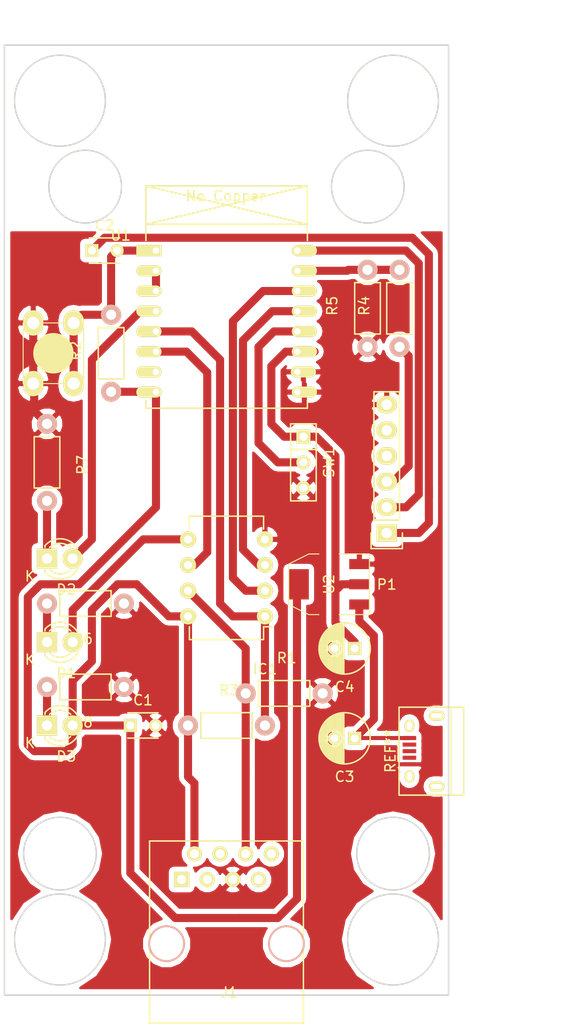
<source format=kicad_pcb>
(kicad_pcb (version 4) (host pcbnew 4.0.2+dfsg1-stable)

  (general
    (links 54)
    (no_connects 2)
    (area 71.265 41.824999 119.44 138.959001)
    (thickness 1.6)
    (drawings 19)
    (tracks 142)
    (zones 0)
    (modules 23)
    (nets 28)
  )

  (page A4)
  (title_block
    (title "Medidor de pulsos")
    (date 2018-02-14)
    (rev 1)
  )

  (layers
    (0 F.Cu signal)
    (31 B.Cu signal)
    (32 B.Adhes user)
    (33 F.Adhes user)
    (34 B.Paste user)
    (35 F.Paste user)
    (36 B.SilkS user)
    (37 F.SilkS user)
    (38 B.Mask user)
    (39 F.Mask user)
    (40 Dwgs.User user)
    (41 Cmts.User user)
    (42 Eco1.User user)
    (43 Eco2.User user)
    (44 Edge.Cuts user)
    (45 Margin user)
    (46 B.CrtYd user)
    (47 F.CrtYd user)
    (48 B.Fab user)
    (49 F.Fab user)
  )

  (setup
    (last_trace_width 0.8)
    (user_trace_width 0.4)
    (trace_clearance 0.2)
    (zone_clearance 0.508)
    (zone_45_only yes)
    (trace_min 0.4)
    (segment_width 0.2)
    (edge_width 0.15)
    (via_size 1.2)
    (via_drill 0.8)
    (via_min_size 1.2)
    (via_min_drill 0.8)
    (uvia_size 1.2)
    (uvia_drill 0.8)
    (uvias_allowed no)
    (uvia_min_size 0.2)
    (uvia_min_drill 0.1)
    (pcb_text_width 0.3)
    (pcb_text_size 1.5 1.5)
    (mod_edge_width 0.15)
    (mod_text_size 1 1)
    (mod_text_width 0.15)
    (pad_size 1.35 0.4)
    (pad_drill 0)
    (pad_to_mask_clearance 0.2)
    (aux_axis_origin 0 0)
    (grid_origin 67.31 121.92)
    (visible_elements FFFFFF7F)
    (pcbplotparams
      (layerselection 0x00030_80000001)
      (usegerberextensions false)
      (excludeedgelayer true)
      (linewidth 0.100000)
      (plotframeref false)
      (viasonmask false)
      (mode 1)
      (useauxorigin false)
      (hpglpennumber 1)
      (hpglpenspeed 20)
      (hpglpendiameter 15)
      (hpglpenoverlay 2)
      (psnegative false)
      (psa4output false)
      (plotreference true)
      (plotvalue true)
      (plotinvisibletext false)
      (padsonsilk false)
      (subtractmaskfromsilk false)
      (outputformat 1)
      (mirror false)
      (drillshape 0)
      (scaleselection 1)
      (outputdirectory ../Documents/))
  )

  (net 0 "")
  (net 1 GND)
  (net 2 VCC)
  (net 3 ESPRST)
  (net 4 "Net-(C2-Pad1)")
  (net 5 "Net-(D1-Pad1)")
  (net 6 L1)
  (net 7 L2)
  (net 8 RSTTINY)
  (net 9 RX1)
  (net 10 TX1)
  (net 11 INT1)
  (net 12 "Net-(IC1-Pad7)")
  (net 13 "Net-(J1-Pad1)")
  (net 14 "Net-(J1-Pad3)")
  (net 15 "Net-(J1-Pad4)")
  (net 16 "Net-(J1-Pad7)")
  (net 17 "Net-(J1-Pad8)")
  (net 18 TXD)
  (net 19 "Net-(P1-Pad3)")
  (net 20 "Net-(P1-Pad4)")
  (net 21 RXD)
  (net 22 "Net-(SW1-Pad2)")
  (net 23 "Net-(U1-Pad7)")
  (net 24 "Net-(C3-Pad1)")
  (net 25 "Net-(D2-Pad1)")
  (net 26 "Net-(D3-Pad1)")
  (net 27 "Net-(P1-Pad5)")

  (net_class Default "This is the default net class."
    (clearance 0.2)
    (trace_width 0.8)
    (via_dia 1.2)
    (via_drill 0.8)
    (uvia_dia 1.2)
    (uvia_drill 0.8)
    (add_net ESPRST)
    (add_net GND)
    (add_net INT1)
    (add_net L1)
    (add_net L2)
    (add_net "Net-(C2-Pad1)")
    (add_net "Net-(C3-Pad1)")
    (add_net "Net-(D1-Pad1)")
    (add_net "Net-(D2-Pad1)")
    (add_net "Net-(D3-Pad1)")
    (add_net "Net-(IC1-Pad7)")
    (add_net "Net-(J1-Pad1)")
    (add_net "Net-(J1-Pad3)")
    (add_net "Net-(J1-Pad4)")
    (add_net "Net-(J1-Pad7)")
    (add_net "Net-(J1-Pad8)")
    (add_net "Net-(P1-Pad3)")
    (add_net "Net-(P1-Pad4)")
    (add_net "Net-(P1-Pad5)")
    (add_net "Net-(SW1-Pad2)")
    (add_net "Net-(U1-Pad7)")
    (add_net RSTTINY)
    (add_net RX1)
    (add_net RXD)
    (add_net TX1)
    (add_net TXD)
    (add_net VCC)
  )

  (net_class smd ""
    (clearance 0.2)
    (trace_width 0.4)
    (via_dia 1.2)
    (via_drill 0.8)
    (uvia_dia 1.2)
    (uvia_drill 0.8)
  )

  (module Housings_DIP:DIP-8_W7.62mm (layer F.Cu) (tedit 5A954BAB) (tstamp 5A8422ED)
    (at 97.79 98.425 180)
    (descr "8-lead dip package, row spacing 7.62 mm (300 mils)")
    (tags "dil dip 2.54 300")
    (path /5A83F34B)
    (fp_text reference IC1 (at 0 -5.22 180) (layer F.SilkS)
      (effects (font (size 1 1) (thickness 0.15)))
    )
    (fp_text value ATTINY85-P (at 0 -3.72 180) (layer F.Fab)
      (effects (font (size 1 1) (thickness 0.15)))
    )
    (fp_line (start -1.05 -2.45) (end -1.05 10.1) (layer F.CrtYd) (width 0.05))
    (fp_line (start 8.65 -2.45) (end 8.65 10.1) (layer F.CrtYd) (width 0.05))
    (fp_line (start -1.05 -2.45) (end 8.65 -2.45) (layer F.CrtYd) (width 0.05))
    (fp_line (start -1.05 10.1) (end 8.65 10.1) (layer F.CrtYd) (width 0.05))
    (fp_line (start 0.135 -2.295) (end 0.135 -1.025) (layer F.SilkS) (width 0.15))
    (fp_line (start 7.485 -2.295) (end 7.485 -1.025) (layer F.SilkS) (width 0.15))
    (fp_line (start 7.485 9.915) (end 7.485 8.645) (layer F.SilkS) (width 0.15))
    (fp_line (start 0.135 9.915) (end 0.135 8.645) (layer F.SilkS) (width 0.15))
    (fp_line (start 0.135 -2.295) (end 7.485 -2.295) (layer F.SilkS) (width 0.15))
    (fp_line (start 0.135 9.915) (end 7.485 9.915) (layer F.SilkS) (width 0.15))
    (fp_line (start 0.135 -1.025) (end -0.8 -1.025) (layer F.SilkS) (width 0.15))
    (pad 1 thru_hole oval (at 0 0 180) (size 1.6 1.6) (drill 0.8) (layers *.Cu *.Mask F.SilkS)
      (net 8 RSTTINY))
    (pad 3 thru_hole oval (at 0 2.54 180) (size 1.6 1.6) (drill 0.8) (layers *.Cu *.Mask F.SilkS)
      (net 10 TX1))
    (pad 2 thru_hole oval (at 0 5.08 180) (size 1.6 1.6) (drill 0.8) (layers *.Cu *.Mask F.SilkS)
      (net 9 RX1))
    (pad 4 thru_hole oval (at 0 7.62 180) (size 1.6 1.6) (drill 0.8) (layers *.Cu *.Mask F.SilkS)
      (net 1 GND))
    (pad 5 thru_hole oval (at 7.62 7.62 180) (size 1.6 1.6) (drill 0.8) (layers *.Cu *.Mask F.SilkS)
      (net 6 L1))
    (pad 6 thru_hole oval (at 7.62 5.08 180) (size 1.6 1.6) (drill 0.8) (layers *.Cu *.Mask F.SilkS)
      (net 11 INT1))
    (pad 7 thru_hole oval (at 7.62 2.54 180) (size 1.6 1.6) (drill 0.8) (layers *.Cu *.Mask F.SilkS)
      (net 12 "Net-(IC1-Pad7)"))
    (pad 8 thru_hole oval (at 7.62 0 180) (size 1.6 1.6) (drill 0.8) (layers *.Cu *.Mask F.SilkS)
      (net 2 VCC))
    (model Housings_DIP.3dshapes/DIP-8_W7.62mm.wrl
      (at (xyz 0 0 0))
      (scale (xyz 1 1 1))
      (rotate (xyz 0 0 0))
    )
  )

  (module TO_SOT_Packages_SMD:SOT-223 (layer F.Cu) (tedit 5A954D98) (tstamp 5A842358)
    (at 104.14 95.25 90)
    (descr "module CMS SOT223 4 pins")
    (tags "CMS SOT")
    (path /5A83F959)
    (attr smd)
    (fp_text reference U2 (at 0 0 90) (layer F.SilkS)
      (effects (font (size 1 1) (thickness 0.15)))
    )
    (fp_text value AP1117D33 (at 0 0 90) (layer F.Fab)
      (effects (font (size 1 1) (thickness 0.15)))
    )
    (fp_line (start -3 1) (end -3 4) (layer F.SilkS) (width 0))
    (fp_line (start -3 4) (end 3 4) (layer F.SilkS) (width 0))
    (fp_line (start 3 4) (end 3 1) (layer F.SilkS) (width 0))
    (fp_line (start -3 -1) (end -3 -2) (layer F.SilkS) (width 0))
    (fp_line (start -3 -2) (end -2 -4) (layer F.SilkS) (width 0))
    (fp_line (start -2 -4) (end 2 -4) (layer F.SilkS) (width 0))
    (fp_line (start 2 -4) (end 3 -2) (layer F.SilkS) (width 0))
    (fp_line (start 3 -2) (end 3 -1) (layer F.SilkS) (width 0))
    (pad 2 smd rect (at 0 -3 90) (size 3 2) (layers F.Cu F.Paste F.Mask)
      (net 2 VCC))
    (pad 2 smd rect (at 0 3 90) (size 1 2) (layers F.Cu F.Paste F.Mask)
      (net 2 VCC))
    (pad 1 smd rect (at 2 3 90) (size 1 2) (layers F.Cu F.Paste F.Mask)
      (net 1 GND))
    (pad 3 smd rect (at -2 3 90) (size 1 2) (layers F.Cu F.Paste F.Mask)
      (net 24 "Net-(C3-Pad1)"))
    (model TO_SOT_Packages_SMD.3dshapes/SOT-223.wrl
      (at (xyz 0 0 0))
      (scale (xyz 0 0 0))
      (rotate (xyz 0 0 0))
    )
  )

  (module Buttons_Switches_ThroughHole:SW_PUSH_SMALL (layer F.Cu) (tedit 5A855E66) (tstamp 5A85A54E)
    (at 76.835 72.39 270)
    (path /5A854BCE)
    (fp_text reference SW2 (at 0 0 270) (layer F.SilkS)
      (effects (font (size 1 1) (thickness 0.15)))
    )
    (fp_text value SW_PUSH (at 0 1 270) (layer F.Fab)
      (effects (font (size 1 1) (thickness 0.15)))
    )
    (fp_circle (center 0 0) (end 0 -2) (layer F.SilkS) (width 0))
    (fp_line (start -3 -3) (end 3 -3) (layer F.SilkS) (width 0))
    (fp_line (start 3 -3) (end 3 3) (layer F.SilkS) (width 0))
    (fp_line (start 3 3) (end -3 3) (layer F.SilkS) (width 0))
    (fp_line (start -3 -3) (end -3 3) (layer F.SilkS) (width 0))
    (pad 1 thru_hole oval (at 3 -2 270) (size 2.5 2) (drill 1.2) (layers *.Cu *.Mask F.SilkS)
      (net 3 ESPRST))
    (pad 2 thru_hole oval (at 3 2 270) (size 2.5 2) (drill 1.2) (layers *.Cu *.Mask F.SilkS)
      (net 1 GND))
    (pad 1 thru_hole oval (at -3 -2 270) (size 2.5 2) (drill 1.2) (layers *.Cu *.Mask F.SilkS)
      (net 3 ESPRST))
    (pad 2 thru_hole oval (at -3 2 270) (size 2.5 2) (drill 1.2) (layers *.Cu *.Mask F.SilkS)
      (net 1 GND))
  )

  (module Resistors_ThroughHole:Resistor_Horizontal_RM7mm (layer F.Cu) (tedit 569FCF07) (tstamp 5A843F12)
    (at 76.2 79.375 270)
    (descr "Resistor, Axial,  RM 7.62mm, 1/3W,")
    (tags "Resistor Axial RM 7.62mm 1/3W R3")
    (path /5A858C3C)
    (fp_text reference R7 (at 4.05892 -3.50012 270) (layer F.SilkS)
      (effects (font (size 1 1) (thickness 0.15)))
    )
    (fp_text value 220 (at 3.81 3.81 270) (layer F.Fab)
      (effects (font (size 1 1) (thickness 0.15)))
    )
    (fp_line (start -1.25 -1.5) (end 8.85 -1.5) (layer F.CrtYd) (width 0.05))
    (fp_line (start -1.25 1.5) (end -1.25 -1.5) (layer F.CrtYd) (width 0.05))
    (fp_line (start 8.85 -1.5) (end 8.85 1.5) (layer F.CrtYd) (width 0.05))
    (fp_line (start -1.25 1.5) (end 8.85 1.5) (layer F.CrtYd) (width 0.05))
    (fp_line (start 1.27 -1.27) (end 6.35 -1.27) (layer F.SilkS) (width 0.15))
    (fp_line (start 6.35 -1.27) (end 6.35 1.27) (layer F.SilkS) (width 0.15))
    (fp_line (start 6.35 1.27) (end 1.27 1.27) (layer F.SilkS) (width 0.15))
    (fp_line (start 1.27 1.27) (end 1.27 -1.27) (layer F.SilkS) (width 0.15))
    (pad 1 thru_hole circle (at 0 0 270) (size 1.99898 1.99898) (drill 1.00076) (layers *.Cu *.SilkS *.Mask)
      (net 1 GND))
    (pad 2 thru_hole circle (at 7.62 0 270) (size 1.99898 1.99898) (drill 1.00076) (layers *.Cu *.SilkS *.Mask)
      (net 25 "Net-(D2-Pad1)"))
  )

  (module LEDs:LED-3MM (layer F.Cu) (tedit 559B82F6) (tstamp 5A8422D5)
    (at 76.2 100.965)
    (descr "LED 3mm round vertical")
    (tags "LED  3mm round vertical")
    (path /5A83FD4B)
    (fp_text reference D1 (at 1.91 3.06) (layer F.SilkS)
      (effects (font (size 1 1) (thickness 0.15)))
    )
    (fp_text value LED (at 1.3 -2.9) (layer F.Fab)
      (effects (font (size 1 1) (thickness 0.15)))
    )
    (fp_line (start -1.2 2.3) (end 3.8 2.3) (layer F.CrtYd) (width 0.05))
    (fp_line (start 3.8 2.3) (end 3.8 -2.2) (layer F.CrtYd) (width 0.05))
    (fp_line (start 3.8 -2.2) (end -1.2 -2.2) (layer F.CrtYd) (width 0.05))
    (fp_line (start -1.2 -2.2) (end -1.2 2.3) (layer F.CrtYd) (width 0.05))
    (fp_line (start -0.199 1.314) (end -0.199 1.114) (layer F.SilkS) (width 0.15))
    (fp_line (start -0.199 -1.28) (end -0.199 -1.1) (layer F.SilkS) (width 0.15))
    (fp_arc (start 1.301 0.034) (end -0.199 -1.286) (angle 108.5) (layer F.SilkS) (width 0.15))
    (fp_arc (start 1.301 0.034) (end 0.25 -1.1) (angle 85.7) (layer F.SilkS) (width 0.15))
    (fp_arc (start 1.311 0.034) (end 3.051 0.994) (angle 110) (layer F.SilkS) (width 0.15))
    (fp_arc (start 1.301 0.034) (end 2.335 1.094) (angle 87.5) (layer F.SilkS) (width 0.15))
    (fp_text user K (at -1.69 1.74) (layer F.SilkS)
      (effects (font (size 1 1) (thickness 0.15)))
    )
    (pad 1 thru_hole rect (at 0 0 90) (size 2 2) (drill 1.00076) (layers *.Cu *.Mask F.SilkS)
      (net 5 "Net-(D1-Pad1)"))
    (pad 2 thru_hole circle (at 2.54 0) (size 2 2) (drill 1.00076) (layers *.Cu *.Mask F.SilkS)
      (net 6 L1))
    (model LEDs.3dshapes/LED-3MM.wrl
      (at (xyz 0.05 0 0))
      (scale (xyz 1 1 1))
      (rotate (xyz 0 0 90))
    )
  )

  (module LEDs:LED-3MM (layer F.Cu) (tedit 559B82F6) (tstamp 5A8422DB)
    (at 76.2 92.71)
    (descr "LED 3mm round vertical")
    (tags "LED  3mm round vertical")
    (path /5A83FEA4)
    (fp_text reference D2 (at 1.91 3.06) (layer F.SilkS)
      (effects (font (size 1 1) (thickness 0.15)))
    )
    (fp_text value LED (at 1.3 -2.9) (layer F.Fab)
      (effects (font (size 1 1) (thickness 0.15)))
    )
    (fp_line (start -1.2 2.3) (end 3.8 2.3) (layer F.CrtYd) (width 0.05))
    (fp_line (start 3.8 2.3) (end 3.8 -2.2) (layer F.CrtYd) (width 0.05))
    (fp_line (start 3.8 -2.2) (end -1.2 -2.2) (layer F.CrtYd) (width 0.05))
    (fp_line (start -1.2 -2.2) (end -1.2 2.3) (layer F.CrtYd) (width 0.05))
    (fp_line (start -0.199 1.314) (end -0.199 1.114) (layer F.SilkS) (width 0.15))
    (fp_line (start -0.199 -1.28) (end -0.199 -1.1) (layer F.SilkS) (width 0.15))
    (fp_arc (start 1.301 0.034) (end -0.199 -1.286) (angle 108.5) (layer F.SilkS) (width 0.15))
    (fp_arc (start 1.301 0.034) (end 0.25 -1.1) (angle 85.7) (layer F.SilkS) (width 0.15))
    (fp_arc (start 1.311 0.034) (end 3.051 0.994) (angle 110) (layer F.SilkS) (width 0.15))
    (fp_arc (start 1.301 0.034) (end 2.335 1.094) (angle 87.5) (layer F.SilkS) (width 0.15))
    (fp_text user K (at -1.69 1.74) (layer F.SilkS)
      (effects (font (size 1 1) (thickness 0.15)))
    )
    (pad 1 thru_hole rect (at 0 0 90) (size 2 2) (drill 1.00076) (layers *.Cu *.Mask F.SilkS)
      (net 25 "Net-(D2-Pad1)"))
    (pad 2 thru_hole circle (at 2.54 0) (size 2 2) (drill 1.00076) (layers *.Cu *.Mask F.SilkS)
      (net 7 L2))
    (model LEDs.3dshapes/LED-3MM.wrl
      (at (xyz 0.05 0 0))
      (scale (xyz 1 1 1))
      (rotate (xyz 0 0 90))
    )
  )

  (module LEDs:LED-3MM (layer F.Cu) (tedit 559B82F6) (tstamp 5A8422E1)
    (at 76.2 109.22)
    (descr "LED 3mm round vertical")
    (tags "LED  3mm round vertical")
    (path /5A83FF0F)
    (fp_text reference D3 (at 1.91 3.06) (layer F.SilkS)
      (effects (font (size 1 1) (thickness 0.15)))
    )
    (fp_text value LED (at 1.3 -2.9) (layer F.Fab)
      (effects (font (size 1 1) (thickness 0.15)))
    )
    (fp_line (start -1.2 2.3) (end 3.8 2.3) (layer F.CrtYd) (width 0.05))
    (fp_line (start 3.8 2.3) (end 3.8 -2.2) (layer F.CrtYd) (width 0.05))
    (fp_line (start 3.8 -2.2) (end -1.2 -2.2) (layer F.CrtYd) (width 0.05))
    (fp_line (start -1.2 -2.2) (end -1.2 2.3) (layer F.CrtYd) (width 0.05))
    (fp_line (start -0.199 1.314) (end -0.199 1.114) (layer F.SilkS) (width 0.15))
    (fp_line (start -0.199 -1.28) (end -0.199 -1.1) (layer F.SilkS) (width 0.15))
    (fp_arc (start 1.301 0.034) (end -0.199 -1.286) (angle 108.5) (layer F.SilkS) (width 0.15))
    (fp_arc (start 1.301 0.034) (end 0.25 -1.1) (angle 85.7) (layer F.SilkS) (width 0.15))
    (fp_arc (start 1.311 0.034) (end 3.051 0.994) (angle 110) (layer F.SilkS) (width 0.15))
    (fp_arc (start 1.301 0.034) (end 2.335 1.094) (angle 87.5) (layer F.SilkS) (width 0.15))
    (fp_text user K (at -1.69 1.74) (layer F.SilkS)
      (effects (font (size 1 1) (thickness 0.15)))
    )
    (pad 1 thru_hole rect (at 0 0 90) (size 2 2) (drill 1.00076) (layers *.Cu *.Mask F.SilkS)
      (net 26 "Net-(D3-Pad1)"))
    (pad 2 thru_hole circle (at 2.54 0) (size 2 2) (drill 1.00076) (layers *.Cu *.Mask F.SilkS)
      (net 2 VCC))
    (model LEDs.3dshapes/LED-3MM.wrl
      (at (xyz 0.05 0 0))
      (scale (xyz 1 1 1))
      (rotate (xyz 0 0 90))
    )
  )

  (module Connect:RJ45_8 (layer F.Cu) (tedit 0) (tstamp 5A8422FB)
    (at 93.98 130.81)
    (tags RJ45)
    (path /5A83F2A8)
    (fp_text reference J1 (at 0.254 4.826) (layer F.SilkS)
      (effects (font (size 1 1) (thickness 0.15)))
    )
    (fp_text value RJ45 (at 0.14224 -0.1016) (layer F.Fab)
      (effects (font (size 1 1) (thickness 0.15)))
    )
    (fp_line (start -7.62 7.874) (end 7.62 7.874) (layer F.SilkS) (width 0.15))
    (fp_line (start 7.62 7.874) (end 7.62 -10.16) (layer F.SilkS) (width 0.15))
    (fp_line (start 7.62 -10.16) (end -7.62 -10.16) (layer F.SilkS) (width 0.15))
    (fp_line (start -7.62 -10.16) (end -7.62 7.874) (layer F.SilkS) (width 0.15))
    (pad Hole np_thru_hole circle (at 5.93852 0) (size 3.64998 3.64998) (drill 3.2512) (layers *.Cu *.SilkS *.Mask))
    (pad Hole np_thru_hole circle (at -5.9309 0) (size 3.64998 3.64998) (drill 3.2512) (layers *.Cu *.SilkS *.Mask))
    (pad 1 thru_hole rect (at -4.445 -6.35) (size 1.50114 1.50114) (drill 0.89916) (layers *.Cu *.Mask F.SilkS)
      (net 13 "Net-(J1-Pad1)"))
    (pad 2 thru_hole circle (at -3.175 -8.89) (size 1.50114 1.50114) (drill 0.89916) (layers *.Cu *.Mask F.SilkS)
      (net 2 VCC))
    (pad 3 thru_hole circle (at -1.905 -6.35) (size 1.50114 1.50114) (drill 0.89916) (layers *.Cu *.Mask F.SilkS)
      (net 14 "Net-(J1-Pad3)"))
    (pad 4 thru_hole circle (at -0.635 -8.89) (size 1.50114 1.50114) (drill 0.89916) (layers *.Cu *.Mask F.SilkS)
      (net 15 "Net-(J1-Pad4)"))
    (pad 5 thru_hole circle (at 0.635 -6.35) (size 1.50114 1.50114) (drill 0.89916) (layers *.Cu *.Mask F.SilkS)
      (net 1 GND))
    (pad 6 thru_hole circle (at 1.905 -8.89) (size 1.50114 1.50114) (drill 0.89916) (layers *.Cu *.Mask F.SilkS)
      (net 12 "Net-(IC1-Pad7)"))
    (pad 7 thru_hole circle (at 3.175 -6.35) (size 1.50114 1.50114) (drill 0.89916) (layers *.Cu *.Mask F.SilkS)
      (net 16 "Net-(J1-Pad7)"))
    (pad 8 thru_hole circle (at 4.445 -8.89) (size 1.50114 1.50114) (drill 0.89916) (layers *.Cu *.Mask F.SilkS)
      (net 17 "Net-(J1-Pad8)"))
    (model Connect.3dshapes/RJ45_8.wrl
      (at (xyz 0 0 0))
      (scale (xyz 0.4 0.4 0.4))
      (rotate (xyz 0 0 0))
    )
  )

  (module Pin_Headers:Pin_Header_Straight_1x06 (layer F.Cu) (tedit 0) (tstamp 5A842305)
    (at 109.855 90.17 180)
    (descr "Through hole pin header")
    (tags "pin header")
    (path /5A83FCE2)
    (fp_text reference P1 (at 0 -5.1 180) (layer F.SilkS)
      (effects (font (size 1 1) (thickness 0.15)))
    )
    (fp_text value CONN_01X06 (at 0 -3.1 180) (layer F.Fab)
      (effects (font (size 1 1) (thickness 0.15)))
    )
    (fp_line (start -1.75 -1.75) (end -1.75 14.45) (layer F.CrtYd) (width 0.05))
    (fp_line (start 1.75 -1.75) (end 1.75 14.45) (layer F.CrtYd) (width 0.05))
    (fp_line (start -1.75 -1.75) (end 1.75 -1.75) (layer F.CrtYd) (width 0.05))
    (fp_line (start -1.75 14.45) (end 1.75 14.45) (layer F.CrtYd) (width 0.05))
    (fp_line (start 1.27 1.27) (end 1.27 13.97) (layer F.SilkS) (width 0.15))
    (fp_line (start 1.27 13.97) (end -1.27 13.97) (layer F.SilkS) (width 0.15))
    (fp_line (start -1.27 13.97) (end -1.27 1.27) (layer F.SilkS) (width 0.15))
    (fp_line (start 1.55 -1.55) (end 1.55 0) (layer F.SilkS) (width 0.15))
    (fp_line (start 1.27 1.27) (end -1.27 1.27) (layer F.SilkS) (width 0.15))
    (fp_line (start -1.55 0) (end -1.55 -1.55) (layer F.SilkS) (width 0.15))
    (fp_line (start -1.55 -1.55) (end 1.55 -1.55) (layer F.SilkS) (width 0.15))
    (pad 1 thru_hole rect (at 0 0 180) (size 2.032 1.7272) (drill 1.016) (layers *.Cu *.Mask F.SilkS)
      (net 4 "Net-(C2-Pad1)"))
    (pad 2 thru_hole oval (at 0 2.54 180) (size 2.032 1.7272) (drill 1.016) (layers *.Cu *.Mask F.SilkS)
      (net 18 TXD))
    (pad 3 thru_hole oval (at 0 5.08 180) (size 2.032 1.7272) (drill 1.016) (layers *.Cu *.Mask F.SilkS)
      (net 19 "Net-(P1-Pad3)"))
    (pad 4 thru_hole oval (at 0 7.62 180) (size 2.032 1.7272) (drill 1.016) (layers *.Cu *.Mask F.SilkS)
      (net 20 "Net-(P1-Pad4)"))
    (pad 5 thru_hole oval (at 0 10.16 180) (size 2.032 1.7272) (drill 1.016) (layers *.Cu *.Mask F.SilkS)
      (net 27 "Net-(P1-Pad5)"))
    (pad 6 thru_hole oval (at 0 12.7 180) (size 2.032 1.7272) (drill 1.016) (layers *.Cu *.Mask F.SilkS)
      (net 1 GND))
    (model Pin_Headers.3dshapes/Pin_Header_Straight_1x06.wrl
      (at (xyz 0 -0.25 0))
      (scale (xyz 1 1 1))
      (rotate (xyz 0 0 90))
    )
  )

  (module Resistors_ThroughHole:Resistor_Horizontal_RM7mm (layer F.Cu) (tedit 569FCF07) (tstamp 5A842311)
    (at 95.885 106.045)
    (descr "Resistor, Axial,  RM 7.62mm, 1/3W,")
    (tags "Resistor Axial RM 7.62mm 1/3W R3")
    (path /5A8486BB)
    (fp_text reference R1 (at 4.05892 -3.50012) (layer F.SilkS)
      (effects (font (size 1 1) (thickness 0.15)))
    )
    (fp_text value 10k (at 3.81 3.81) (layer F.Fab)
      (effects (font (size 1 1) (thickness 0.15)))
    )
    (fp_line (start -1.25 -1.5) (end 8.85 -1.5) (layer F.CrtYd) (width 0.05))
    (fp_line (start -1.25 1.5) (end -1.25 -1.5) (layer F.CrtYd) (width 0.05))
    (fp_line (start 8.85 -1.5) (end 8.85 1.5) (layer F.CrtYd) (width 0.05))
    (fp_line (start -1.25 1.5) (end 8.85 1.5) (layer F.CrtYd) (width 0.05))
    (fp_line (start 1.27 -1.27) (end 6.35 -1.27) (layer F.SilkS) (width 0.15))
    (fp_line (start 6.35 -1.27) (end 6.35 1.27) (layer F.SilkS) (width 0.15))
    (fp_line (start 6.35 1.27) (end 1.27 1.27) (layer F.SilkS) (width 0.15))
    (fp_line (start 1.27 1.27) (end 1.27 -1.27) (layer F.SilkS) (width 0.15))
    (pad 1 thru_hole circle (at 0 0) (size 1.99898 1.99898) (drill 1.00076) (layers *.Cu *.SilkS *.Mask)
      (net 12 "Net-(IC1-Pad7)"))
    (pad 2 thru_hole circle (at 7.62 0) (size 1.99898 1.99898) (drill 1.00076) (layers *.Cu *.SilkS *.Mask)
      (net 1 GND))
  )

  (module Resistors_ThroughHole:Resistor_Horizontal_RM7mm (layer F.Cu) (tedit 569FCF07) (tstamp 5A842317)
    (at 82.55 76.2 90)
    (descr "Resistor, Axial,  RM 7.62mm, 1/3W,")
    (tags "Resistor Axial RM 7.62mm 1/3W R3")
    (path /5A83F758)
    (fp_text reference R2 (at 4.05892 -3.50012 90) (layer F.SilkS)
      (effects (font (size 1 1) (thickness 0.15)))
    )
    (fp_text value 10k (at 3.81 3.81 90) (layer F.Fab)
      (effects (font (size 1 1) (thickness 0.15)))
    )
    (fp_line (start -1.25 -1.5) (end 8.85 -1.5) (layer F.CrtYd) (width 0.05))
    (fp_line (start -1.25 1.5) (end -1.25 -1.5) (layer F.CrtYd) (width 0.05))
    (fp_line (start 8.85 -1.5) (end 8.85 1.5) (layer F.CrtYd) (width 0.05))
    (fp_line (start -1.25 1.5) (end 8.85 1.5) (layer F.CrtYd) (width 0.05))
    (fp_line (start 1.27 -1.27) (end 6.35 -1.27) (layer F.SilkS) (width 0.15))
    (fp_line (start 6.35 -1.27) (end 6.35 1.27) (layer F.SilkS) (width 0.15))
    (fp_line (start 6.35 1.27) (end 1.27 1.27) (layer F.SilkS) (width 0.15))
    (fp_line (start 1.27 1.27) (end 1.27 -1.27) (layer F.SilkS) (width 0.15))
    (pad 1 thru_hole circle (at 0 0 90) (size 1.99898 1.99898) (drill 1.00076) (layers *.Cu *.SilkS *.Mask)
      (net 2 VCC))
    (pad 2 thru_hole circle (at 7.62 0 90) (size 1.99898 1.99898) (drill 1.00076) (layers *.Cu *.SilkS *.Mask)
      (net 3 ESPRST))
  )

  (module Resistors_ThroughHole:Resistor_Horizontal_RM7mm (layer F.Cu) (tedit 569FCF07) (tstamp 5A84231D)
    (at 90.17 109.22)
    (descr "Resistor, Axial,  RM 7.62mm, 1/3W,")
    (tags "Resistor Axial RM 7.62mm 1/3W R3")
    (path /5A8478DF)
    (fp_text reference R3 (at 4.05892 -3.50012) (layer F.SilkS)
      (effects (font (size 1 1) (thickness 0.15)))
    )
    (fp_text value 10k (at 3.81 3.81) (layer F.Fab)
      (effects (font (size 1 1) (thickness 0.15)))
    )
    (fp_line (start -1.25 -1.5) (end 8.85 -1.5) (layer F.CrtYd) (width 0.05))
    (fp_line (start -1.25 1.5) (end -1.25 -1.5) (layer F.CrtYd) (width 0.05))
    (fp_line (start 8.85 -1.5) (end 8.85 1.5) (layer F.CrtYd) (width 0.05))
    (fp_line (start -1.25 1.5) (end 8.85 1.5) (layer F.CrtYd) (width 0.05))
    (fp_line (start 1.27 -1.27) (end 6.35 -1.27) (layer F.SilkS) (width 0.15))
    (fp_line (start 6.35 -1.27) (end 6.35 1.27) (layer F.SilkS) (width 0.15))
    (fp_line (start 6.35 1.27) (end 1.27 1.27) (layer F.SilkS) (width 0.15))
    (fp_line (start 1.27 1.27) (end 1.27 -1.27) (layer F.SilkS) (width 0.15))
    (pad 1 thru_hole circle (at 0 0) (size 1.99898 1.99898) (drill 1.00076) (layers *.Cu *.SilkS *.Mask)
      (net 2 VCC))
    (pad 2 thru_hole circle (at 7.62 0) (size 1.99898 1.99898) (drill 1.00076) (layers *.Cu *.SilkS *.Mask)
      (net 8 RSTTINY))
  )

  (module Resistors_ThroughHole:Resistor_Horizontal_RM7mm (layer F.Cu) (tedit 569FCF07) (tstamp 5A842323)
    (at 111.125 71.755 90)
    (descr "Resistor, Axial,  RM 7.62mm, 1/3W,")
    (tags "Resistor Axial RM 7.62mm 1/3W R3")
    (path /5A846003)
    (fp_text reference R4 (at 4.05892 -3.50012 90) (layer F.SilkS)
      (effects (font (size 1 1) (thickness 0.15)))
    )
    (fp_text value 6.8k (at 3.81 3.81 90) (layer F.Fab)
      (effects (font (size 1 1) (thickness 0.15)))
    )
    (fp_line (start -1.25 -1.5) (end 8.85 -1.5) (layer F.CrtYd) (width 0.05))
    (fp_line (start -1.25 1.5) (end -1.25 -1.5) (layer F.CrtYd) (width 0.05))
    (fp_line (start 8.85 -1.5) (end 8.85 1.5) (layer F.CrtYd) (width 0.05))
    (fp_line (start -1.25 1.5) (end 8.85 1.5) (layer F.CrtYd) (width 0.05))
    (fp_line (start 1.27 -1.27) (end 6.35 -1.27) (layer F.SilkS) (width 0.15))
    (fp_line (start 6.35 -1.27) (end 6.35 1.27) (layer F.SilkS) (width 0.15))
    (fp_line (start 6.35 1.27) (end 1.27 1.27) (layer F.SilkS) (width 0.15))
    (fp_line (start 1.27 1.27) (end 1.27 -1.27) (layer F.SilkS) (width 0.15))
    (pad 1 thru_hole circle (at 0 0 90) (size 1.99898 1.99898) (drill 1.00076) (layers *.Cu *.SilkS *.Mask)
      (net 19 "Net-(P1-Pad3)"))
    (pad 2 thru_hole circle (at 7.62 0 90) (size 1.99898 1.99898) (drill 1.00076) (layers *.Cu *.SilkS *.Mask)
      (net 21 RXD))
  )

  (module Resistors_ThroughHole:Resistor_Horizontal_RM7mm (layer F.Cu) (tedit 569FCF07) (tstamp 5A842329)
    (at 107.95 71.755 90)
    (descr "Resistor, Axial,  RM 7.62mm, 1/3W,")
    (tags "Resistor Axial RM 7.62mm 1/3W R3")
    (path /5A8461CA)
    (fp_text reference R5 (at 4.05892 -3.50012 90) (layer F.SilkS)
      (effects (font (size 1 1) (thickness 0.15)))
    )
    (fp_text value 12k (at 3.81 3.81 90) (layer F.Fab)
      (effects (font (size 1 1) (thickness 0.15)))
    )
    (fp_line (start -1.25 -1.5) (end 8.85 -1.5) (layer F.CrtYd) (width 0.05))
    (fp_line (start -1.25 1.5) (end -1.25 -1.5) (layer F.CrtYd) (width 0.05))
    (fp_line (start 8.85 -1.5) (end 8.85 1.5) (layer F.CrtYd) (width 0.05))
    (fp_line (start -1.25 1.5) (end 8.85 1.5) (layer F.CrtYd) (width 0.05))
    (fp_line (start 1.27 -1.27) (end 6.35 -1.27) (layer F.SilkS) (width 0.15))
    (fp_line (start 6.35 -1.27) (end 6.35 1.27) (layer F.SilkS) (width 0.15))
    (fp_line (start 6.35 1.27) (end 1.27 1.27) (layer F.SilkS) (width 0.15))
    (fp_line (start 1.27 1.27) (end 1.27 -1.27) (layer F.SilkS) (width 0.15))
    (pad 1 thru_hole circle (at 0 0 90) (size 1.99898 1.99898) (drill 1.00076) (layers *.Cu *.SilkS *.Mask)
      (net 1 GND))
    (pad 2 thru_hole circle (at 7.62 0 90) (size 1.99898 1.99898) (drill 1.00076) (layers *.Cu *.SilkS *.Mask)
      (net 21 RXD))
  )

  (module Resistors_ThroughHole:Resistor_Horizontal_RM7mm (layer F.Cu) (tedit 569FCF07) (tstamp 5A84232F)
    (at 83.82 97.155 180)
    (descr "Resistor, Axial,  RM 7.62mm, 1/3W,")
    (tags "Resistor Axial RM 7.62mm 1/3W R3")
    (path /5A858C9F)
    (fp_text reference R6 (at 4.05892 -3.50012 180) (layer F.SilkS)
      (effects (font (size 1 1) (thickness 0.15)))
    )
    (fp_text value 220 (at 3.81 3.81 180) (layer F.Fab)
      (effects (font (size 1 1) (thickness 0.15)))
    )
    (fp_line (start -1.25 -1.5) (end 8.85 -1.5) (layer F.CrtYd) (width 0.05))
    (fp_line (start -1.25 1.5) (end -1.25 -1.5) (layer F.CrtYd) (width 0.05))
    (fp_line (start 8.85 -1.5) (end 8.85 1.5) (layer F.CrtYd) (width 0.05))
    (fp_line (start -1.25 1.5) (end 8.85 1.5) (layer F.CrtYd) (width 0.05))
    (fp_line (start 1.27 -1.27) (end 6.35 -1.27) (layer F.SilkS) (width 0.15))
    (fp_line (start 6.35 -1.27) (end 6.35 1.27) (layer F.SilkS) (width 0.15))
    (fp_line (start 6.35 1.27) (end 1.27 1.27) (layer F.SilkS) (width 0.15))
    (fp_line (start 1.27 1.27) (end 1.27 -1.27) (layer F.SilkS) (width 0.15))
    (pad 1 thru_hole circle (at 0 0 180) (size 1.99898 1.99898) (drill 1.00076) (layers *.Cu *.SilkS *.Mask)
      (net 1 GND))
    (pad 2 thru_hole circle (at 7.62 0 180) (size 1.99898 1.99898) (drill 1.00076) (layers *.Cu *.SilkS *.Mask)
      (net 5 "Net-(D1-Pad1)"))
  )

  (module Buttons_Switches_ThroughHole:SW_Micro_SPST (layer F.Cu) (tedit 54BFC180) (tstamp 5A842336)
    (at 101.6 83.185 270)
    (tags "Switch Micro SPST")
    (path /5A843E5E)
    (fp_text reference SW1 (at 0 -2.54 270) (layer F.SilkS)
      (effects (font (size 1 1) (thickness 0.15)))
    )
    (fp_text value SWITCH_INV (at 0.025 2.45 270) (layer F.Fab)
      (effects (font (size 1 1) (thickness 0.15)))
    )
    (fp_line (start -3.81 1.27) (end -3.81 -1.27) (layer F.SilkS) (width 0.15))
    (fp_line (start -3.81 -1.27) (end 3.81 -1.27) (layer F.SilkS) (width 0.15))
    (fp_line (start 3.81 -1.27) (end 3.81 1.27) (layer F.SilkS) (width 0.15))
    (fp_line (start 3.81 1.27) (end -3.81 1.27) (layer F.SilkS) (width 0.15))
    (fp_line (start -1.27 -1.27) (end -1.27 1.27) (layer F.SilkS) (width 0.15))
    (pad 1 thru_hole rect (at -2.54 0 270) (size 1.397 1.397) (drill 0.8128) (layers *.Cu *.Mask F.SilkS)
      (net 2 VCC))
    (pad 2 thru_hole circle (at 0 0 270) (size 1.397 1.397) (drill 0.8128) (layers *.Cu *.Mask F.SilkS)
      (net 22 "Net-(SW1-Pad2)"))
    (pad 3 thru_hole circle (at 2.54 0 270) (size 1.397 1.397) (drill 0.8128) (layers *.Cu *.Mask F.SilkS)
      (net 1 GND))
    (model Buttons_Switches_ThroughHole.3dshapes/SW_Micro_SPST.wrl
      (at (xyz 0 0 0))
      (scale (xyz 0.33 0.33 0.33))
      (rotate (xyz 0 0 0))
    )
  )

  (module Capacitors_ThroughHole:C_Radial_D5_L11_P2 (layer F.Cu) (tedit 0) (tstamp 5A8422C9)
    (at 106.68 110.49 180)
    (descr "Radial Electrolytic Capacitor 5mm x Length 11mm, Pitch 2mm")
    (tags "Electrolytic Capacitor")
    (path /5A8494AE)
    (fp_text reference C3 (at 1 -3.8 180) (layer F.SilkS)
      (effects (font (size 1 1) (thickness 0.15)))
    )
    (fp_text value 10uF (at 1 3.8 180) (layer F.Fab)
      (effects (font (size 1 1) (thickness 0.15)))
    )
    (fp_line (start 1.075 -2.499) (end 1.075 2.499) (layer F.SilkS) (width 0.15))
    (fp_line (start 1.215 -2.491) (end 1.215 -0.154) (layer F.SilkS) (width 0.15))
    (fp_line (start 1.215 0.154) (end 1.215 2.491) (layer F.SilkS) (width 0.15))
    (fp_line (start 1.355 -2.475) (end 1.355 -0.473) (layer F.SilkS) (width 0.15))
    (fp_line (start 1.355 0.473) (end 1.355 2.475) (layer F.SilkS) (width 0.15))
    (fp_line (start 1.495 -2.451) (end 1.495 -0.62) (layer F.SilkS) (width 0.15))
    (fp_line (start 1.495 0.62) (end 1.495 2.451) (layer F.SilkS) (width 0.15))
    (fp_line (start 1.635 -2.418) (end 1.635 -0.712) (layer F.SilkS) (width 0.15))
    (fp_line (start 1.635 0.712) (end 1.635 2.418) (layer F.SilkS) (width 0.15))
    (fp_line (start 1.775 -2.377) (end 1.775 -0.768) (layer F.SilkS) (width 0.15))
    (fp_line (start 1.775 0.768) (end 1.775 2.377) (layer F.SilkS) (width 0.15))
    (fp_line (start 1.915 -2.327) (end 1.915 -0.795) (layer F.SilkS) (width 0.15))
    (fp_line (start 1.915 0.795) (end 1.915 2.327) (layer F.SilkS) (width 0.15))
    (fp_line (start 2.055 -2.266) (end 2.055 -0.798) (layer F.SilkS) (width 0.15))
    (fp_line (start 2.055 0.798) (end 2.055 2.266) (layer F.SilkS) (width 0.15))
    (fp_line (start 2.195 -2.196) (end 2.195 -0.776) (layer F.SilkS) (width 0.15))
    (fp_line (start 2.195 0.776) (end 2.195 2.196) (layer F.SilkS) (width 0.15))
    (fp_line (start 2.335 -2.114) (end 2.335 -0.726) (layer F.SilkS) (width 0.15))
    (fp_line (start 2.335 0.726) (end 2.335 2.114) (layer F.SilkS) (width 0.15))
    (fp_line (start 2.475 -2.019) (end 2.475 -0.644) (layer F.SilkS) (width 0.15))
    (fp_line (start 2.475 0.644) (end 2.475 2.019) (layer F.SilkS) (width 0.15))
    (fp_line (start 2.615 -1.908) (end 2.615 -0.512) (layer F.SilkS) (width 0.15))
    (fp_line (start 2.615 0.512) (end 2.615 1.908) (layer F.SilkS) (width 0.15))
    (fp_line (start 2.755 -1.78) (end 2.755 -0.265) (layer F.SilkS) (width 0.15))
    (fp_line (start 2.755 0.265) (end 2.755 1.78) (layer F.SilkS) (width 0.15))
    (fp_line (start 2.895 -1.631) (end 2.895 1.631) (layer F.SilkS) (width 0.15))
    (fp_line (start 3.035 -1.452) (end 3.035 1.452) (layer F.SilkS) (width 0.15))
    (fp_line (start 3.175 -1.233) (end 3.175 1.233) (layer F.SilkS) (width 0.15))
    (fp_line (start 3.315 -0.944) (end 3.315 0.944) (layer F.SilkS) (width 0.15))
    (fp_line (start 3.455 -0.472) (end 3.455 0.472) (layer F.SilkS) (width 0.15))
    (fp_circle (center 2 0) (end 2 -0.8) (layer F.SilkS) (width 0.15))
    (fp_circle (center 1 0) (end 1 -2.5375) (layer F.SilkS) (width 0.15))
    (fp_circle (center 1 0) (end 1 -2.8) (layer F.CrtYd) (width 0.05))
    (pad 1 thru_hole rect (at 0 0 180) (size 1.3 1.3) (drill 0.8) (layers *.Cu *.Mask F.SilkS)
      (net 24 "Net-(C3-Pad1)"))
    (pad 2 thru_hole circle (at 2 0 180) (size 1.3 1.3) (drill 0.8) (layers *.Cu *.Mask F.SilkS)
      (net 1 GND))
    (model Capacitors_ThroughHole.3dshapes/C_Radial_D5_L11_P2.wrl
      (at (xyz 0 0 0))
      (scale (xyz 1 1 1))
      (rotate (xyz 0 0 0))
    )
  )

  (module Capacitors_ThroughHole:C_Radial_D5_L11_P2 (layer F.Cu) (tedit 0) (tstamp 5A8422CF)
    (at 106.68 101.6 180)
    (descr "Radial Electrolytic Capacitor 5mm x Length 11mm, Pitch 2mm")
    (tags "Electrolytic Capacitor")
    (path /5A8495F3)
    (fp_text reference C4 (at 1 -3.8 180) (layer F.SilkS)
      (effects (font (size 1 1) (thickness 0.15)))
    )
    (fp_text value 10uF (at 1 3.8 180) (layer F.Fab)
      (effects (font (size 1 1) (thickness 0.15)))
    )
    (fp_line (start 1.075 -2.499) (end 1.075 2.499) (layer F.SilkS) (width 0.15))
    (fp_line (start 1.215 -2.491) (end 1.215 -0.154) (layer F.SilkS) (width 0.15))
    (fp_line (start 1.215 0.154) (end 1.215 2.491) (layer F.SilkS) (width 0.15))
    (fp_line (start 1.355 -2.475) (end 1.355 -0.473) (layer F.SilkS) (width 0.15))
    (fp_line (start 1.355 0.473) (end 1.355 2.475) (layer F.SilkS) (width 0.15))
    (fp_line (start 1.495 -2.451) (end 1.495 -0.62) (layer F.SilkS) (width 0.15))
    (fp_line (start 1.495 0.62) (end 1.495 2.451) (layer F.SilkS) (width 0.15))
    (fp_line (start 1.635 -2.418) (end 1.635 -0.712) (layer F.SilkS) (width 0.15))
    (fp_line (start 1.635 0.712) (end 1.635 2.418) (layer F.SilkS) (width 0.15))
    (fp_line (start 1.775 -2.377) (end 1.775 -0.768) (layer F.SilkS) (width 0.15))
    (fp_line (start 1.775 0.768) (end 1.775 2.377) (layer F.SilkS) (width 0.15))
    (fp_line (start 1.915 -2.327) (end 1.915 -0.795) (layer F.SilkS) (width 0.15))
    (fp_line (start 1.915 0.795) (end 1.915 2.327) (layer F.SilkS) (width 0.15))
    (fp_line (start 2.055 -2.266) (end 2.055 -0.798) (layer F.SilkS) (width 0.15))
    (fp_line (start 2.055 0.798) (end 2.055 2.266) (layer F.SilkS) (width 0.15))
    (fp_line (start 2.195 -2.196) (end 2.195 -0.776) (layer F.SilkS) (width 0.15))
    (fp_line (start 2.195 0.776) (end 2.195 2.196) (layer F.SilkS) (width 0.15))
    (fp_line (start 2.335 -2.114) (end 2.335 -0.726) (layer F.SilkS) (width 0.15))
    (fp_line (start 2.335 0.726) (end 2.335 2.114) (layer F.SilkS) (width 0.15))
    (fp_line (start 2.475 -2.019) (end 2.475 -0.644) (layer F.SilkS) (width 0.15))
    (fp_line (start 2.475 0.644) (end 2.475 2.019) (layer F.SilkS) (width 0.15))
    (fp_line (start 2.615 -1.908) (end 2.615 -0.512) (layer F.SilkS) (width 0.15))
    (fp_line (start 2.615 0.512) (end 2.615 1.908) (layer F.SilkS) (width 0.15))
    (fp_line (start 2.755 -1.78) (end 2.755 -0.265) (layer F.SilkS) (width 0.15))
    (fp_line (start 2.755 0.265) (end 2.755 1.78) (layer F.SilkS) (width 0.15))
    (fp_line (start 2.895 -1.631) (end 2.895 1.631) (layer F.SilkS) (width 0.15))
    (fp_line (start 3.035 -1.452) (end 3.035 1.452) (layer F.SilkS) (width 0.15))
    (fp_line (start 3.175 -1.233) (end 3.175 1.233) (layer F.SilkS) (width 0.15))
    (fp_line (start 3.315 -0.944) (end 3.315 0.944) (layer F.SilkS) (width 0.15))
    (fp_line (start 3.455 -0.472) (end 3.455 0.472) (layer F.SilkS) (width 0.15))
    (fp_circle (center 2 0) (end 2 -0.8) (layer F.SilkS) (width 0.15))
    (fp_circle (center 1 0) (end 1 -2.5375) (layer F.SilkS) (width 0.15))
    (fp_circle (center 1 0) (end 1 -2.8) (layer F.CrtYd) (width 0.05))
    (pad 1 thru_hole rect (at 0 0 180) (size 1.3 1.3) (drill 0.8) (layers *.Cu *.Mask F.SilkS)
      (net 2 VCC))
    (pad 2 thru_hole circle (at 2 0 180) (size 1.3 1.3) (drill 0.8) (layers *.Cu *.Mask F.SilkS)
      (net 1 GND))
    (model Capacitors_ThroughHole.3dshapes/C_Radial_D5_L11_P2.wrl
      (at (xyz 0 0 0))
      (scale (xyz 1 1 1))
      (rotate (xyz 0 0 0))
    )
  )

  (module Capacitors_ThroughHole:C_Disc_D3_P2.5 (layer F.Cu) (tedit 0) (tstamp 5A8422C3)
    (at 80.645 62.23)
    (descr "Capacitor 3mm Disc, Pitch 2.5mm")
    (tags Capacitor)
    (path /5A83F7E1)
    (fp_text reference C2 (at 1.25 -2.5) (layer F.SilkS)
      (effects (font (size 1 1) (thickness 0.15)))
    )
    (fp_text value C (at 1.25 2.5) (layer F.Fab)
      (effects (font (size 1 1) (thickness 0.15)))
    )
    (fp_line (start -0.9 -1.5) (end 3.4 -1.5) (layer F.CrtYd) (width 0.05))
    (fp_line (start 3.4 -1.5) (end 3.4 1.5) (layer F.CrtYd) (width 0.05))
    (fp_line (start 3.4 1.5) (end -0.9 1.5) (layer F.CrtYd) (width 0.05))
    (fp_line (start -0.9 1.5) (end -0.9 -1.5) (layer F.CrtYd) (width 0.05))
    (fp_line (start -0.25 -1.25) (end 2.75 -1.25) (layer F.SilkS) (width 0.15))
    (fp_line (start 2.75 1.25) (end -0.25 1.25) (layer F.SilkS) (width 0.15))
    (pad 1 thru_hole rect (at 0 0) (size 1.3 1.3) (drill 0.8) (layers *.Cu *.Mask F.SilkS)
      (net 4 "Net-(C2-Pad1)"))
    (pad 2 thru_hole circle (at 2.5 0) (size 1.3 1.3) (drill 0.8001) (layers *.Cu *.Mask F.SilkS)
      (net 3 ESPRST))
    (model Capacitors_ThroughHole.3dshapes/C_Disc_D3_P2.5.wrl
      (at (xyz 0.0492126 0 0))
      (scale (xyz 1 1 1))
      (rotate (xyz 0 0 0))
    )
  )

  (module Capacitors_ThroughHole:C_Disc_D3_P2.5 (layer F.Cu) (tedit 0) (tstamp 5A8422BD)
    (at 84.455 109.22)
    (descr "Capacitor 3mm Disc, Pitch 2.5mm")
    (tags Capacitor)
    (path /5A83FA8E)
    (fp_text reference C1 (at 1.25 -2.5) (layer F.SilkS)
      (effects (font (size 1 1) (thickness 0.15)))
    )
    (fp_text value 100nF (at 1.25 2.5) (layer F.Fab)
      (effects (font (size 1 1) (thickness 0.15)))
    )
    (fp_line (start -0.9 -1.5) (end 3.4 -1.5) (layer F.CrtYd) (width 0.05))
    (fp_line (start 3.4 -1.5) (end 3.4 1.5) (layer F.CrtYd) (width 0.05))
    (fp_line (start 3.4 1.5) (end -0.9 1.5) (layer F.CrtYd) (width 0.05))
    (fp_line (start -0.9 1.5) (end -0.9 -1.5) (layer F.CrtYd) (width 0.05))
    (fp_line (start -0.25 -1.25) (end 2.75 -1.25) (layer F.SilkS) (width 0.15))
    (fp_line (start 2.75 1.25) (end -0.25 1.25) (layer F.SilkS) (width 0.15))
    (pad 1 thru_hole rect (at 0 0) (size 1.3 1.3) (drill 0.8) (layers *.Cu *.Mask F.SilkS)
      (net 2 VCC))
    (pad 2 thru_hole circle (at 2.5 0) (size 1.3 1.3) (drill 0.8001) (layers *.Cu *.Mask F.SilkS)
      (net 1 GND))
    (model Capacitors_ThroughHole.3dshapes/C_Disc_D3_P2.5.wrl
      (at (xyz 0.0492126 0 0))
      (scale (xyz 1 1 1))
      (rotate (xyz 0 0 0))
    )
  )

  (module ESP8266:ESP-07v2 (layer F.Cu) (tedit 59068204) (tstamp 5A842350)
    (at 86.995 62.23)
    (descr "Module, ESP-8266, ESP-07v2, 16 pad, SMD")
    (tags "Module ESP-8266 ESP8266")
    (path /5A83F62A)
    (fp_text reference U1 (at -3.5 -1.5) (layer F.SilkS)
      (effects (font (size 1 1) (thickness 0.15)))
    )
    (fp_text value ESP-12E (at 7.25 2.25) (layer F.Fab)
      (effects (font (size 1 1) (thickness 0.15)))
    )
    (fp_line (start -2.25 -0.5) (end -2.25 -6.65) (layer F.CrtYd) (width 0.05))
    (fp_line (start -2.25 -6.65) (end 16.25 -6.65) (layer F.CrtYd) (width 0.05))
    (fp_line (start 16.25 -6.65) (end 16.25 16) (layer F.CrtYd) (width 0.05))
    (fp_line (start 16.25 16) (end -2.25 16) (layer F.CrtYd) (width 0.05))
    (fp_line (start -2.25 16) (end -2.25 -0.5) (layer F.CrtYd) (width 0.05))
    (fp_line (start -1 -6.4) (end 15 -6.4) (layer F.SilkS) (width 0.1524))
    (fp_line (start 15 -6.4) (end 15 -1) (layer F.SilkS) (width 0.1524))
    (fp_line (start -1 -6.4) (end -1 -1) (layer F.SilkS) (width 0.1524))
    (fp_line (start -1 14.8) (end -1 15.6) (layer F.SilkS) (width 0.1524))
    (fp_line (start -1 15.6) (end 15 15.6) (layer F.SilkS) (width 0.1524))
    (fp_line (start 15 15.6) (end 15 14.8) (layer F.SilkS) (width 0.1524))
    (fp_line (start 15 -6.4) (end -1 -2.6) (layer F.SilkS) (width 0.1524))
    (fp_line (start -1 -6.4) (end 15 -2.6) (layer F.SilkS) (width 0.1524))
    (fp_text user "No Copper" (at 6.892 -5.4) (layer F.SilkS)
      (effects (font (size 1 1) (thickness 0.15)))
    )
    (fp_line (start -1.008 -2.6) (end 14.992 -2.6) (layer F.SilkS) (width 0.1524))
    (fp_line (start 15 -6.4) (end 15 15.6) (layer F.Fab) (width 0.05))
    (fp_line (start 15 15.6) (end -1 15.6) (layer F.Fab) (width 0.05))
    (fp_line (start -1.008 15.6) (end -1.008 -6.4) (layer F.Fab) (width 0.05))
    (fp_line (start -1 -6.4) (end 15 -6.4) (layer F.Fab) (width 0.05))
    (pad 1 thru_hole rect (at 0 0) (size 2.5 1.1) (drill 0.65 (offset -0.7 0)) (layers *.Cu *.Mask F.Paste F.SilkS)
      (net 3 ESPRST))
    (pad 2 thru_hole oval (at 0 2) (size 2.5 1.1) (drill 0.65 (offset -0.7 0)) (layers *.Cu *.Mask F.Paste F.SilkS)
      (net 2 VCC))
    (pad 3 thru_hole oval (at 0 4) (size 2.5 1.1) (drill 0.65 (offset -0.7 0)) (layers *.Cu *.Mask F.Paste F.SilkS)
      (net 2 VCC))
    (pad 4 thru_hole oval (at 0 6) (size 2.5 1.1) (drill 0.65 (offset -0.7 0)) (layers *.Cu *.Mask F.Paste F.SilkS)
      (net 7 L2))
    (pad 5 thru_hole oval (at 0 8) (size 2.5 1.1) (drill 0.65 (offset -0.7 0)) (layers *.Cu *.Mask F.Paste F.SilkS)
      (net 8 RSTTINY))
    (pad 6 thru_hole oval (at 0 10) (size 2.5 1.1) (drill 0.65 (offset -0.7 0)) (layers *.Cu *.Mask F.Paste F.SilkS)
      (net 11 INT1))
    (pad 7 thru_hole oval (at 0 12) (size 2.5 1.1) (drill 0.65 (offset -0.7 0)) (layers *.Cu *.Mask F.Paste F.SilkS)
      (net 23 "Net-(U1-Pad7)"))
    (pad 8 thru_hole oval (at 0 14) (size 2.5 1.1) (drill 0.65 (offset -0.7 0)) (layers *.Cu *.Mask F.Paste F.SilkS)
      (net 2 VCC))
    (pad 9 thru_hole oval (at 14 14) (size 2.5 1.1) (drill 0.65 (offset 0.7 0)) (layers *.Cu *.Mask F.Paste F.SilkS)
      (net 1 GND))
    (pad 10 thru_hole oval (at 14 12) (size 2.5 1.1) (drill 0.65 (offset 0.6 0)) (layers *.Cu *.Mask F.Paste F.SilkS)
      (net 1 GND))
    (pad 11 thru_hole oval (at 14 10) (size 2.5 1.1) (drill 0.65 (offset 0.7 0)) (layers *.Cu *.Mask F.Paste F.SilkS)
      (net 2 VCC))
    (pad 12 thru_hole oval (at 14 8) (size 2.5 1.1) (drill 0.65 (offset 0.7 0)) (layers *.Cu *.Mask F.Paste F.SilkS)
      (net 22 "Net-(SW1-Pad2)"))
    (pad 13 thru_hole oval (at 14 6) (size 2.5 1.1) (drill 0.65 (offset 0.7 0)) (layers *.Cu *.Mask F.Paste F.SilkS)
      (net 9 RX1))
    (pad 14 thru_hole oval (at 14 4) (size 2.5 1.1) (drill 0.65 (offset 0.7 0)) (layers *.Cu *.Mask F.Paste F.SilkS)
      (net 10 TX1))
    (pad 15 thru_hole oval (at 14 2) (size 2.5 1.1) (drill 0.65 (offset 0.7 0)) (layers *.Cu *.Mask F.Paste F.SilkS)
      (net 21 RXD))
    (pad 16 thru_hole oval (at 14 0) (size 2.5 1.1) (drill 0.65 (offset 0.7 0)) (layers *.Cu *.Mask F.Paste F.SilkS)
      (net 18 TXD))
    (model ${ESPLIB}/ESP8266.3dshapes/ESP-07v2.wrl
      (at (xyz 0 0 0))
      (scale (xyz 0.3937 0.3937 0.3937))
      (rotate (xyz 0 0 0))
    )
  )

  (module Resistors_ThroughHole:Resistor_Horizontal_RM7mm (layer F.Cu) (tedit 569FCF07) (tstamp 5A9547A2)
    (at 83.82 105.41 180)
    (descr "Resistor, Axial,  RM 7.62mm, 1/3W,")
    (tags "Resistor Axial RM 7.62mm 1/3W R3")
    (path /5A858B7F)
    (fp_text reference R8 (at 4.05892 -3.50012 180) (layer F.SilkS)
      (effects (font (size 1 1) (thickness 0.15)))
    )
    (fp_text value 220 (at 3.81 3.81 180) (layer F.Fab)
      (effects (font (size 1 1) (thickness 0.15)))
    )
    (fp_line (start -1.25 -1.5) (end 8.85 -1.5) (layer F.CrtYd) (width 0.05))
    (fp_line (start -1.25 1.5) (end -1.25 -1.5) (layer F.CrtYd) (width 0.05))
    (fp_line (start 8.85 -1.5) (end 8.85 1.5) (layer F.CrtYd) (width 0.05))
    (fp_line (start -1.25 1.5) (end 8.85 1.5) (layer F.CrtYd) (width 0.05))
    (fp_line (start 1.27 -1.27) (end 6.35 -1.27) (layer F.SilkS) (width 0.15))
    (fp_line (start 6.35 -1.27) (end 6.35 1.27) (layer F.SilkS) (width 0.15))
    (fp_line (start 6.35 1.27) (end 1.27 1.27) (layer F.SilkS) (width 0.15))
    (fp_line (start 1.27 1.27) (end 1.27 -1.27) (layer F.SilkS) (width 0.15))
    (pad 1 thru_hole circle (at 0 0 180) (size 1.99898 1.99898) (drill 1.00076) (layers *.Cu *.SilkS *.Mask)
      (net 1 GND))
    (pad 2 thru_hole circle (at 7.62 0 180) (size 1.99898 1.99898) (drill 1.00076) (layers *.Cu *.SilkS *.Mask)
      (net 26 "Net-(D3-Pad1)"))
  )

  (module Connect:USB_Micro-B (layer F.Cu) (tedit 5A9557D2) (tstamp 5A956486)
    (at 113.665 111.76 90)
    (descr "Micro USB Type B Receptacle")
    (tags "USB USB_B USB_micro USB_OTG")
    (attr smd)
    (fp_text reference REF** (at 0 -3.45 90) (layer F.SilkS)
      (effects (font (size 1 1) (thickness 0.15)))
    )
    (fp_text value USB_Micro-B (at 0 4.8 90) (layer F.Fab)
      (effects (font (size 1 1) (thickness 0.15)))
    )
    (fp_line (start -4.6 -2.8) (end 4.6 -2.8) (layer F.CrtYd) (width 0.05))
    (fp_line (start 4.6 -2.8) (end 4.6 4.05) (layer F.CrtYd) (width 0.05))
    (fp_line (start 4.6 4.05) (end -4.6 4.05) (layer F.CrtYd) (width 0.05))
    (fp_line (start -4.6 4.05) (end -4.6 -2.8) (layer F.CrtYd) (width 0.05))
    (fp_line (start -4.3509 3.81746) (end 4.3491 3.81746) (layer F.SilkS) (width 0.15))
    (fp_line (start -4.3509 -2.58754) (end 4.3491 -2.58754) (layer F.SilkS) (width 0.15))
    (fp_line (start 4.3491 -2.58754) (end 4.3491 3.81746) (layer F.SilkS) (width 0.15))
    (fp_line (start 4.3491 2.58746) (end -4.3509 2.58746) (layer F.SilkS) (width 0.15))
    (fp_line (start -4.3509 3.81746) (end -4.3509 -2.58754) (layer F.SilkS) (width 0.15))
    (pad 1 smd rect (at -1.3009 -1.56254 180) (size 1.35 0.4) (layers F.Cu F.Paste F.Mask)
      (net 1 GND))
    (pad 2 smd rect (at -0.6509 -1.56254 180) (size 1.35 0.4) (layers F.Cu F.Paste F.Mask))
    (pad 3 smd rect (at -0.0009 -1.56254 180) (size 1.35 0.4) (layers F.Cu F.Paste F.Mask))
    (pad 4 smd rect (at 0.6491 -1.56254 180) (size 1.35 0.4) (layers F.Cu F.Paste F.Mask))
    (pad 5 smd rect (at 1.2991 -1.56254 180) (size 1.35 0.4) (layers F.Cu F.Paste F.Mask)
      (net 24 "Net-(C3-Pad1)"))
    (pad 6 thru_hole oval (at -2.5009 -1.56254 180) (size 0.95 1.25) (drill oval 0.55 0.85) (layers *.Cu *.Mask F.SilkS))
    (pad 6 thru_hole oval (at 2.4991 -1.56254 180) (size 0.95 1.25) (drill oval 0.55 0.85) (layers *.Cu *.Mask F.SilkS))
    (pad 6 thru_hole oval (at -3.5009 1.13746 180) (size 1.55 1) (drill oval 1.15 0.5) (layers *.Cu *.Mask F.SilkS))
    (pad 6 thru_hole oval (at 3.4991 1.13746 180) (size 1.55 1) (drill oval 1.15 0.5) (layers *.Cu *.Mask F.SilkS))
  )

  (dimension 93.98 (width 0.3) (layer Dwgs.User)
    (gr_text "93,980 mm" (at 124.54 88.9 270) (layer Dwgs.User)
      (effects (font (size 1.5 1.5) (thickness 0.3)))
    )
    (feature1 (pts (xy 116.205 135.89) (xy 125.89 135.89)))
    (feature2 (pts (xy 116.205 41.91) (xy 125.89 41.91)))
    (crossbar (pts (xy 123.19 41.91) (xy 123.19 135.89)))
    (arrow1a (pts (xy 123.19 135.89) (xy 122.603579 134.763496)))
    (arrow1b (pts (xy 123.19 135.89) (xy 123.776421 134.763496)))
    (arrow2a (pts (xy 123.19 41.91) (xy 122.603579 43.036504)))
    (arrow2b (pts (xy 123.19 41.91) (xy 123.776421 43.036504)))
  )
  (dimension 43.815 (width 0.3) (layer Dwgs.User)
    (gr_text "43,815 mm" (at 93.6625 39.290001) (layer Dwgs.User)
      (effects (font (size 1.5 1.5) (thickness 0.3)))
    )
    (feature1 (pts (xy 71.755 41.91) (xy 71.755 37.940001)))
    (feature2 (pts (xy 115.57 41.91) (xy 115.57 37.940001)))
    (crossbar (pts (xy 115.57 40.640001) (xy 71.755 40.640001)))
    (arrow1a (pts (xy 71.755 40.640001) (xy 72.881504 40.05358)))
    (arrow1b (pts (xy 71.755 40.640001) (xy 72.881504 41.226422)))
    (arrow2a (pts (xy 115.57 40.640001) (xy 114.443496 40.05358)))
    (arrow2b (pts (xy 115.57 40.640001) (xy 114.443496 41.226422)))
  )
  (gr_line (start 93.345 64.135) (end 94.615 64.135) (angle 90) (layer Dwgs.User) (width 0.2))
  (gr_line (start 93.98 64.135) (end 93.98 64.77) (angle 90) (layer Dwgs.User) (width 0.2))
  (gr_line (start 93.98 64.135) (end 93.98 63.5) (angle 90) (layer Dwgs.User) (width 0.2))
  (gr_line (start 93.345 130.81) (end 94.615 130.81) (angle 90) (layer Dwgs.User) (width 0.2))
  (gr_line (start 93.98 130.175) (end 93.98 131.445) (angle 90) (layer Dwgs.User) (width 0.2))
  (gr_circle (center 77.48 130.4) (end 77.48 134.9) (layer Edge.Cuts) (width 0.15) (tstamp 5A953FA8))
  (gr_circle (center 110.48 130.4) (end 110.48 134.9) (layer Edge.Cuts) (width 0.15) (tstamp 5A953F91))
  (gr_circle (center 110.48 47.4) (end 110.48 42.9) (layer Edge.Cuts) (width 0.15) (tstamp 5A953F72))
  (gr_circle (center 77.48 47.4) (end 77.48 42.9) (layer Edge.Cuts) (width 0.15))
  (gr_circle (center 79.98 55.9) (end 79.98 52.3) (layer Edge.Cuts) (width 0.15) (tstamp 5A953E57))
  (gr_circle (center 77.48 121.9) (end 77.48 125.5) (layer Edge.Cuts) (width 0.15) (tstamp 5A953E16))
  (gr_circle (center 110.48 121.9) (end 110.48 125.5) (layer Edge.Cuts) (width 0.15) (tstamp 5A953DDD))
  (gr_circle (center 107.98 55.9) (end 107.98 52.3) (layer Edge.Cuts) (width 0.15))
  (gr_line (start 115.98 41.9) (end 115.98 135.9) (angle 90) (layer Edge.Cuts) (width 0.15) (tstamp 5A953C17))
  (gr_line (start 71.98 41.9) (end 115.98 41.9) (angle 90) (layer Edge.Cuts) (width 0.15) (tstamp 5A953C0E))
  (gr_line (start 71.98 41.9) (end 71.98 135.9) (angle 90) (layer Edge.Cuts) (width 0.15))
  (gr_line (start 71.98 135.9) (end 115.98 135.9) (angle 90) (layer Edge.Cuts) (width 0.15))

  (segment (start 112.10246 113.0609) (end 114.9041 113.0609) (width 0.4) (layer F.Cu) (net 1) (status 400000))
  (segment (start 114.9041 113.0609) (end 114.935 113.03) (width 0.4) (layer F.Cu) (net 1) (tstamp 5A956910))
  (segment (start 112.10246 113.0609) (end 109.2509 113.0609) (width 0.4) (layer F.Cu) (net 1) (status 400000))
  (segment (start 109.2509 113.0609) (end 109.22 113.03) (width 0.4) (layer F.Cu) (net 1) (tstamp 5A95690D))
  (segment (start 107.235 93.345) (end 107.14 93.25) (width 0.4) (layer F.Cu) (net 1) (tstamp 5A95663E))
  (segment (start 74.835 69.39) (end 74.835 75.39) (width 0.8) (layer F.Cu) (net 1))
  (segment (start 74.835 75.39) (end 74.93 75.485) (width 0.8) (layer F.Cu) (net 1) (tstamp 5A954C79))
  (segment (start 74.93 75.485) (end 74.93 78.105) (width 0.8) (layer F.Cu) (net 1) (tstamp 5A954C7A))
  (segment (start 74.93 78.105) (end 76.2 79.375) (width 0.8) (layer F.Cu) (net 1) (tstamp 5A954C7B))
  (segment (start 90.17 98.425) (end 88.265 98.425) (width 0.8) (layer F.Cu) (net 2) (status 400000))
  (segment (start 88.265 98.425) (end 85.09 95.25) (width 0.8) (layer F.Cu) (net 2) (tstamp 5A95692E))
  (segment (start 78.74 109.22) (end 78.74 104.775) (width 0.8) (layer F.Cu) (net 2) (status 400000))
  (segment (start 78.74 104.775) (end 80.645 102.87) (width 0.8) (layer F.Cu) (net 2) (tstamp 5A956926))
  (segment (start 80.645 102.87) (end 80.645 97.79) (width 0.8) (layer F.Cu) (net 2) (tstamp 5A956927))
  (segment (start 83.185 95.25) (end 80.645 97.79) (width 0.8) (layer F.Cu) (net 2) (tstamp 5A9567A4))
  (segment (start 85.09 95.25) (end 83.185 95.25) (width 0.8) (layer F.Cu) (net 2) (tstamp 5A956931))
  (segment (start 78.74 109.22) (end 78.74 111.125) (width 0.8) (layer F.Cu) (net 2) (status 400000))
  (segment (start 86.995 87.63) (end 79.375 95.25) (width 0.8) (layer F.Cu) (net 2) (tstamp 5A956772))
  (segment (start 79.375 95.25) (end 75.565 95.25) (width 0.8) (layer F.Cu) (net 2) (tstamp 5A956773))
  (segment (start 75.565 95.25) (end 74.295 96.52) (width 0.8) (layer F.Cu) (net 2) (tstamp 5A956775))
  (segment (start 74.295 96.52) (end 74.295 102.235) (width 0.8) (layer F.Cu) (net 2) (tstamp 5A956776))
  (segment (start 86.995 86.995) (end 86.995 76.23) (width 0.8) (layer F.Cu) (net 2))
  (segment (start 86.995 86.995) (end 86.995 87.63) (width 0.8) (layer F.Cu) (net 2))
  (segment (start 74.295 111.125) (end 74.295 102.235) (width 0.8) (layer F.Cu) (net 2) (tstamp 5A956921))
  (segment (start 74.93 111.76) (end 74.295 111.125) (width 0.8) (layer F.Cu) (net 2) (tstamp 5A956920))
  (segment (start 78.105 111.76) (end 74.93 111.76) (width 0.8) (layer F.Cu) (net 2) (tstamp 5A95691F))
  (segment (start 78.74 111.125) (end 78.105 111.76) (width 0.8) (layer F.Cu) (net 2) (tstamp 5A95691E))
  (segment (start 106.68 101.6) (end 106.68 100.965) (width 0.8) (layer F.Cu) (net 2))
  (segment (start 106.68 101.6) (end 106.68 100.965) (width 0.4) (layer F.Cu) (net 2))
  (segment (start 101.6 80.645) (end 102.87 80.645) (width 0.8) (layer F.Cu) (net 2))
  (segment (start 104.775 82.55) (end 104.775 95.885) (width 0.8) (layer F.Cu) (net 2) (tstamp 5A956882))
  (segment (start 102.87 80.645) (end 104.775 82.55) (width 0.8) (layer F.Cu) (net 2) (tstamp 5A956881))
  (segment (start 101.6 80.645) (end 99.695 80.645) (width 0.8) (layer F.Cu) (net 2))
  (segment (start 99.855 72.23) (end 100.995 72.23) (width 0.8) (layer F.Cu) (net 2) (tstamp 5A956839))
  (segment (start 98.425 73.66) (end 99.855 72.23) (width 0.8) (layer F.Cu) (net 2) (tstamp 5A956879))
  (segment (start 98.425 79.375) (end 98.425 73.66) (width 0.8) (layer F.Cu) (net 2) (tstamp 5A956878))
  (segment (start 99.695 80.645) (end 98.425 79.375) (width 0.8) (layer F.Cu) (net 2) (tstamp 5A956877))
  (segment (start 100.995 72.23) (end 102.71 72.23) (width 0.8) (layer F.Cu) (net 2))
  (segment (start 78.74 109.22) (end 84.455 109.22) (width 0.8) (layer F.Cu) (net 2))
  (segment (start 86.995 126.365) (end 85.09 124.46) (width 0.8) (layer F.Cu) (net 2))
  (segment (start 88.9 128.27) (end 86.995 126.365) (width 0.8) (layer F.Cu) (net 2))
  (segment (start 99.06 128.27) (end 100.965 126.365) (width 0.8) (layer F.Cu) (net 2))
  (segment (start 100.965 95.425) (end 100.965 107.95) (width 0.8) (layer F.Cu) (net 2))
  (segment (start 100.965 126.365) (end 100.965 125.73) (width 0.8) (layer F.Cu) (net 2) (tstamp 5A95674F))
  (segment (start 100.965 125.73) (end 100.965 107.95) (width 0.8) (layer F.Cu) (net 2) (tstamp 5A9566B5))
  (segment (start 95.25 128.27) (end 88.9 128.27) (width 0.8) (layer F.Cu) (net 2) (tstamp 5A956699))
  (segment (start 99.06 128.27) (end 95.25 128.27) (width 0.8) (layer F.Cu) (net 2) (tstamp 5A95674B))
  (segment (start 84.455 123.825) (end 84.455 109.22) (width 0.8) (layer F.Cu) (net 2) (tstamp 5A956798))
  (segment (start 85.09 124.46) (end 84.455 123.825) (width 0.8) (layer F.Cu) (net 2) (tstamp 5A956797))
  (segment (start 100.965 95.425) (end 101.14 95.25) (width 0.8) (layer F.Cu) (net 2) (tstamp 5A956746))
  (segment (start 106.68 100.965) (end 104.775 99.06) (width 0.8) (layer F.Cu) (net 2) (tstamp 5A956718))
  (segment (start 104.775 99.06) (end 104.775 95.885) (width 0.8) (layer F.Cu) (net 2) (tstamp 5A956719))
  (segment (start 104.775 95.885) (end 105.41 95.25) (width 0.8) (layer F.Cu) (net 2) (tstamp 5A956646))
  (segment (start 105.41 95.25) (end 107.14 95.25) (width 0.8) (layer F.Cu) (net 2) (tstamp 5A956647))
  (segment (start 90.17 109.22) (end 90.17 98.425) (width 0.8) (layer F.Cu) (net 2))
  (segment (start 86.995 64.23) (end 86.995 66.23) (width 0.8) (layer F.Cu) (net 2))
  (segment (start 82.55 76.2) (end 86.965 76.2) (width 0.8) (layer F.Cu) (net 2))
  (segment (start 86.965 76.2) (end 86.995 76.23) (width 0.8) (layer F.Cu) (net 2) (tstamp 5A956684))
  (segment (start 90.805 121.92) (end 90.805 114.935) (width 0.8) (layer F.Cu) (net 2))
  (segment (start 90.17 114.3) (end 90.17 109.22) (width 0.8) (layer F.Cu) (net 2) (tstamp 5A95496C))
  (segment (start 90.805 114.935) (end 90.17 114.3) (width 0.8) (layer F.Cu) (net 2) (tstamp 5A95496B))
  (segment (start 82.55 68.58) (end 79.645 68.58) (width 0.8) (layer F.Cu) (net 3))
  (segment (start 79.645 68.58) (end 78.835 69.39) (width 0.8) (layer F.Cu) (net 3) (tstamp 5A954A04))
  (segment (start 86.995 62.23) (end 83.145 62.23) (width 0.8) (layer F.Cu) (net 3))
  (segment (start 83.145 62.23) (end 82.55 62.825) (width 0.8) (layer F.Cu) (net 3) (tstamp 5A9549FF))
  (segment (start 82.55 62.825) (end 82.55 68.58) (width 0.8) (layer F.Cu) (net 3) (tstamp 5A954A00))
  (segment (start 78.835 69.39) (end 78.835 75.39) (width 0.8) (layer F.Cu) (net 3))
  (segment (start 79.645 68.58) (end 78.835 69.39) (width 0.8) (layer F.Cu) (net 3) (tstamp 5A9549CC))
  (segment (start 81.875 68.54) (end 81.915 68.58) (width 0.8) (layer F.Cu) (net 3) (tstamp 5A9549C9))
  (segment (start 109.855 90.17) (end 113.03 90.17) (width 0.8) (layer F.Cu) (net 4))
  (segment (start 114.030002 89.169998) (end 114.030002 85.725) (width 0.8) (layer F.Cu) (net 4) (tstamp 5A9567F7))
  (segment (start 113.03 90.17) (end 114.030002 89.169998) (width 0.8) (layer F.Cu) (net 4) (tstamp 5A9567F6))
  (segment (start 114.030002 86.629998) (end 114.030002 85.725) (width 0.8) (layer F.Cu) (net 4) (tstamp 5A954B20))
  (segment (start 114.030002 85.725) (end 114.030002 62.595002) (width 0.8) (layer F.Cu) (net 4) (tstamp 5A9567FA))
  (segment (start 114.030002 62.595002) (end 112.395 60.96) (width 0.8) (layer F.Cu) (net 4) (tstamp 5A954B23))
  (segment (start 112.395 60.96) (end 81.915 60.96) (width 0.8) (layer F.Cu) (net 4) (tstamp 5A954B28))
  (segment (start 81.915 60.96) (end 80.645 62.23) (width 0.8) (layer F.Cu) (net 4) (tstamp 5A954B34))
  (segment (start 76.2 100.965) (end 76.2 97.155) (width 0.8) (layer F.Cu) (net 5))
  (segment (start 90.17 90.805) (end 85.725 90.805) (width 0.8) (layer F.Cu) (net 6))
  (segment (start 78.74 97.79) (end 78.74 100.965) (width 0.8) (layer F.Cu) (net 6) (tstamp 5A956765))
  (segment (start 85.725 90.805) (end 78.74 97.79) (width 0.8) (layer F.Cu) (net 6) (tstamp 5A956763))
  (segment (start 83.185 70.485) (end 80.645 73.025) (width 0.8) (layer F.Cu) (net 7))
  (segment (start 78.74 92.71) (end 80.645 90.805) (width 0.8) (layer F.Cu) (net 7) (tstamp 5A954A0B))
  (segment (start 83.185 70.485) (end 85.44 68.23) (width 0.8) (layer F.Cu) (net 7) (tstamp 5A954A05))
  (segment (start 80.645 73.025) (end 80.645 90.805) (width 0.8) (layer F.Cu) (net 7) (tstamp 5A954A16))
  (segment (start 86.995 68.23) (end 85.44 68.23) (width 0.8) (layer F.Cu) (net 7))
  (segment (start 97.79 98.425) (end 94.615 98.425) (width 0.8) (layer F.Cu) (net 8))
  (segment (start 90.55 70.23) (end 86.995 70.23) (width 0.8) (layer F.Cu) (net 8) (tstamp 5A95498E))
  (segment (start 93.345 73.025) (end 90.55 70.23) (width 0.8) (layer F.Cu) (net 8) (tstamp 5A95498D))
  (segment (start 93.345 97.155) (end 93.345 73.025) (width 0.8) (layer F.Cu) (net 8) (tstamp 5A95498C))
  (segment (start 94.615 98.425) (end 93.345 97.155) (width 0.8) (layer F.Cu) (net 8) (tstamp 5A95498B))
  (segment (start 97.79 109.22) (end 97.79 98.425) (width 0.8) (layer F.Cu) (net 8))
  (segment (start 97.79 93.345) (end 97.155 93.345) (width 0.8) (layer F.Cu) (net 9))
  (segment (start 97.155 93.345) (end 95.615002 91.805002) (width 0.8) (layer F.Cu) (net 9) (tstamp 5A954C05))
  (segment (start 95.615002 91.805002) (end 95.615002 71.12) (width 0.8) (layer F.Cu) (net 9) (tstamp 5A954C06))
  (segment (start 95.615002 71.12) (end 98.505002 68.23) (width 0.8) (layer F.Cu) (net 9) (tstamp 5A954C07))
  (segment (start 98.505002 68.23) (end 100.995 68.23) (width 0.8) (layer F.Cu) (net 9) (tstamp 5A954C08))
  (segment (start 97.79 95.885) (end 95.885 95.885) (width 0.8) (layer F.Cu) (net 10))
  (segment (start 97.6 66.23) (end 100.995 66.23) (width 0.8) (layer F.Cu) (net 10) (tstamp 5A954C02))
  (segment (start 94.615 69.215) (end 97.6 66.23) (width 0.8) (layer F.Cu) (net 10) (tstamp 5A954C01))
  (segment (start 94.615 94.615) (end 94.615 69.215) (width 0.8) (layer F.Cu) (net 10) (tstamp 5A954C00))
  (segment (start 95.885 95.885) (end 94.615 94.615) (width 0.8) (layer F.Cu) (net 10) (tstamp 5A954BFF))
  (segment (start 90.17 93.345) (end 90.805 93.345) (width 0.8) (layer F.Cu) (net 11))
  (segment (start 90.805 93.345) (end 92.075 92.075) (width 0.8) (layer F.Cu) (net 11) (tstamp 5A954985))
  (segment (start 92.075 92.075) (end 92.075 74.295) (width 0.8) (layer F.Cu) (net 11) (tstamp 5A954986))
  (segment (start 92.075 74.295) (end 90.01 72.23) (width 0.8) (layer F.Cu) (net 11) (tstamp 5A954987))
  (segment (start 90.01 72.23) (end 86.995 72.23) (width 0.8) (layer F.Cu) (net 11) (tstamp 5A954988))
  (segment (start 95.885 106.045) (end 95.885 101.6) (width 0.8) (layer F.Cu) (net 12))
  (segment (start 92.075 97.79) (end 90.17 95.885) (width 0.8) (layer F.Cu) (net 12) (tstamp 5A954C32))
  (segment (start 95.885 101.6) (end 92.075 97.79) (width 0.8) (layer F.Cu) (net 12) (tstamp 5A9566D1))
  (segment (start 95.885 106.045) (end 95.885 113.665) (width 0.8) (layer F.Cu) (net 12))
  (segment (start 95.885 113.665) (end 95.885 121.92) (width 0.8) (layer F.Cu) (net 12))
  (segment (start 109.855 87.63) (end 111.76 87.63) (width 0.8) (layer F.Cu) (net 18))
  (segment (start 113.03 84.455) (end 113.03 63.5) (width 0.8) (layer F.Cu) (net 18) (tstamp 5A954B14))
  (segment (start 113.03 63.5) (end 111.76 62.23) (width 0.8) (layer F.Cu) (net 18) (tstamp 5A954B16))
  (segment (start 111.76 62.23) (end 100.995 62.23) (width 0.8) (layer F.Cu) (net 18) (tstamp 5A954B19))
  (segment (start 113.03 86.36) (end 113.03 84.455) (width 0.8) (layer F.Cu) (net 18) (tstamp 5A9567F3))
  (segment (start 111.76 87.63) (end 113.03 86.36) (width 0.8) (layer F.Cu) (net 18) (tstamp 5A9567F2))
  (segment (start 109.855 85.09) (end 110.49 85.09) (width 0.8) (layer F.Cu) (net 19))
  (segment (start 110.49 85.09) (end 112.029998 83.550002) (width 0.8) (layer F.Cu) (net 19) (tstamp 5A9567EE))
  (segment (start 112.029998 83.550002) (end 112.029998 82.280002) (width 0.8) (layer F.Cu) (net 19) (tstamp 5A9567EF))
  (segment (start 112.029998 72.659998) (end 111.125 71.755) (width 0.8) (layer F.Cu) (net 19) (tstamp 5A954B76))
  (segment (start 112.029998 82.280002) (end 112.029998 72.659998) (width 0.8) (layer F.Cu) (net 19) (tstamp 5A954B75))
  (segment (start 111.125 64.135) (end 107.95 64.135) (width 0.8) (layer F.Cu) (net 21))
  (segment (start 111.125 64.135) (end 106.045 64.135) (width 0.8) (layer F.Cu) (net 21))
  (segment (start 105.95 64.23) (end 100.995 64.23) (width 0.8) (layer F.Cu) (net 21) (tstamp 5A954AF3))
  (segment (start 106.045 64.135) (end 105.95 64.23) (width 0.8) (layer F.Cu) (net 21) (tstamp 5A954AF0))
  (segment (start 101.6 83.185) (end 99.06 83.185) (width 0.8) (layer F.Cu) (net 22))
  (segment (start 98.68 70.23) (end 100.995 70.23) (width 0.8) (layer F.Cu) (net 22) (tstamp 5A956874))
  (segment (start 97.155 71.755) (end 98.68 70.23) (width 0.8) (layer F.Cu) (net 22) (tstamp 5A956873))
  (segment (start 97.155 81.28) (end 97.155 71.755) (width 0.8) (layer F.Cu) (net 22) (tstamp 5A956872))
  (segment (start 99.06 83.185) (end 97.155 81.28) (width 0.8) (layer F.Cu) (net 22) (tstamp 5A956871))
  (segment (start 112.10246 110.4609) (end 106.7091 110.4609) (width 0.4) (layer F.Cu) (net 24) (status C00000))
  (segment (start 106.7091 110.4609) (end 106.68 110.49) (width 0.4) (layer F.Cu) (net 24) (tstamp 5A95690A) (status C00000))
  (segment (start 106.7109 110.5209) (end 106.68 110.49) (width 0.4) (layer F.Cu) (net 24) (tstamp 5A956892))
  (segment (start 107.14 97.25) (end 107.14 98.885) (width 0.8) (layer F.Cu) (net 24))
  (segment (start 108.585 108.585) (end 106.68 110.49) (width 0.8) (layer F.Cu) (net 24) (tstamp 5A95664C))
  (segment (start 108.585 100.33) (end 108.585 108.585) (width 0.8) (layer F.Cu) (net 24) (tstamp 5A95664B))
  (segment (start 107.14 98.885) (end 108.585 100.33) (width 0.8) (layer F.Cu) (net 24) (tstamp 5A95664A))
  (segment (start 76.2 86.995) (end 76.2 90.805) (width 0.8) (layer F.Cu) (net 25))
  (segment (start 76.2 90.805) (end 76.2 92.71) (width 0.8) (layer F.Cu) (net 25))
  (segment (start 76.2 109.22) (end 76.2 105.41) (width 0.8) (layer F.Cu) (net 26))

  (zone (net 1) (net_name GND) (layer F.Cu) (tstamp 5A9566A8) (hatch edge 0.508)
    (connect_pads (clearance 0.508))
    (min_thickness 0.254)
    (fill yes (arc_segments 16) (thermal_gap 0.508) (thermal_bridge_width 0.508))
    (polygon
      (pts
        (xy 115.57 60.325) (xy 71.755 60.325) (xy 71.755 136.525) (xy 116.205 136.525) (xy 116.205 60.325)
        (xy 115.57 60.325)
      )
    )
    (filled_polygon
      (pts
        (xy 80.478728 60.93256) (xy 79.995 60.93256) (xy 79.759683 60.976838) (xy 79.543559 61.11591) (xy 79.398569 61.32811)
        (xy 79.34756 61.58) (xy 79.34756 62.88) (xy 79.391838 63.115317) (xy 79.53091 63.331441) (xy 79.74311 63.476431)
        (xy 79.995 63.52744) (xy 81.295 63.52744) (xy 81.515 63.486044) (xy 81.515 67.303691) (xy 81.273269 67.545)
        (xy 79.645005 67.545) (xy 79.645 67.544999) (xy 79.433373 67.587095) (xy 78.835 67.468071) (xy 78.209313 67.592528)
        (xy 77.67888 67.946951) (xy 77.324457 68.477384) (xy 77.2 69.103071) (xy 77.2 69.676929) (xy 77.324457 70.302616)
        (xy 77.67888 70.833049) (xy 77.8 70.913979) (xy 77.8 73.866021) (xy 77.67888 73.946951) (xy 77.324457 74.477384)
        (xy 77.2 75.103071) (xy 77.2 75.676929) (xy 77.324457 76.302616) (xy 77.67888 76.833049) (xy 78.209313 77.187472)
        (xy 78.835 77.311929) (xy 79.460687 77.187472) (xy 79.61 77.087705) (xy 79.61 90.376289) (xy 78.91114 91.075148)
        (xy 78.416205 91.074716) (xy 77.815057 91.323106) (xy 77.748426 91.389621) (xy 77.66409 91.258559) (xy 77.45189 91.113569)
        (xy 77.235 91.069648) (xy 77.235 88.271309) (xy 77.584846 87.922073) (xy 77.834206 87.321547) (xy 77.834774 86.671306)
        (xy 77.586462 86.070345) (xy 77.127073 85.610154) (xy 76.526547 85.360794) (xy 75.876306 85.360226) (xy 75.275345 85.608538)
        (xy 74.815154 86.067927) (xy 74.565794 86.668453) (xy 74.565226 87.318694) (xy 74.813538 87.919655) (xy 75.165 88.271731)
        (xy 75.165 91.069146) (xy 74.964683 91.106838) (xy 74.748559 91.24591) (xy 74.603569 91.45811) (xy 74.55256 91.71)
        (xy 74.55256 93.71) (xy 74.596838 93.945317) (xy 74.73591 94.161441) (xy 74.94811 94.306431) (xy 75.103041 94.337805)
        (xy 75.039892 94.38) (xy 74.833144 94.518144) (xy 74.833142 94.518147) (xy 73.563144 95.788144) (xy 73.338785 96.123923)
        (xy 73.259999 96.52) (xy 73.26 96.520005) (xy 73.26 111.124995) (xy 73.259999 111.125) (xy 73.338785 111.521077)
        (xy 73.563144 111.856856) (xy 74.198142 112.491853) (xy 74.198144 112.491856) (xy 74.522803 112.708785) (xy 74.533923 112.716215)
        (xy 74.93 112.795001) (xy 74.930005 112.795) (xy 78.104995 112.795) (xy 78.105 112.795001) (xy 78.501077 112.716215)
        (xy 78.836856 112.491856) (xy 79.471853 111.856858) (xy 79.471856 111.856856) (xy 79.696215 111.521077) (xy 79.729071 111.3559)
        (xy 79.775001 111.125) (xy 79.775 111.124995) (xy 79.775 110.497029) (xy 80.017453 110.255) (xy 83.298156 110.255)
        (xy 83.34091 110.321441) (xy 83.42 110.375481) (xy 83.42 123.824995) (xy 83.419999 123.825) (xy 83.498785 124.221077)
        (xy 83.723144 124.556856) (xy 84.358142 125.191853) (xy 84.358144 125.191856) (xy 86.263142 127.096853) (xy 86.263144 127.096856)
        (xy 87.529338 128.363049) (xy 86.657448 128.723306) (xy 85.964838 129.414708) (xy 85.589538 130.318531) (xy 85.588684 131.297175)
        (xy 85.962406 132.201652) (xy 86.653808 132.894262) (xy 87.557631 133.269562) (xy 88.536275 133.270416) (xy 89.440752 132.896694)
        (xy 90.133362 132.205292) (xy 90.508662 131.301469) (xy 90.509516 130.322825) (xy 90.135794 129.418348) (xy 90.022644 129.305)
        (xy 97.944158 129.305) (xy 97.834258 129.414708) (xy 97.458958 130.318531) (xy 97.458104 131.297175) (xy 97.831826 132.201652)
        (xy 98.523228 132.894262) (xy 99.427051 133.269562) (xy 100.405695 133.270416) (xy 101.310172 132.896694) (xy 102.002782 132.205292)
        (xy 102.378082 131.301469) (xy 102.378936 130.322825) (xy 102.005214 129.418348) (xy 101.313812 128.725738) (xy 100.433508 128.360204)
        (xy 101.696853 127.096858) (xy 101.696856 127.096856) (xy 101.921215 126.761077) (xy 101.936106 126.686215) (xy 102.000001 126.365)
        (xy 102 126.364995) (xy 102 110.309078) (xy 103.382378 110.309078) (xy 103.411917 110.819428) (xy 103.550389 111.153729)
        (xy 103.780984 111.20941) (xy 104.500395 110.49) (xy 103.780984 109.77059) (xy 103.550389 109.826271) (xy 103.382378 110.309078)
        (xy 102 110.309078) (xy 102 107.197163) (xy 102.532443 107.197163) (xy 102.631042 107.463965) (xy 103.240582 107.690401)
        (xy 103.890377 107.666341) (xy 104.378958 107.463965) (xy 104.477557 107.197163) (xy 103.505 106.224605) (xy 102.532443 107.197163)
        (xy 102 107.197163) (xy 102 106.71125) (xy 102.086035 106.918958) (xy 102.352837 107.017557) (xy 103.325395 106.045)
        (xy 103.684605 106.045) (xy 104.657163 107.017557) (xy 104.923965 106.918958) (xy 105.150401 106.309418) (xy 105.126341 105.659623)
        (xy 104.923965 105.171042) (xy 104.657163 105.072443) (xy 103.684605 106.045) (xy 103.325395 106.045) (xy 102.352837 105.072443)
        (xy 102.086035 105.171042) (xy 102 105.402638) (xy 102 104.892837) (xy 102.532443 104.892837) (xy 103.505 105.865395)
        (xy 104.477557 104.892837) (xy 104.378958 104.626035) (xy 103.769418 104.399599) (xy 103.119623 104.423659) (xy 102.631042 104.626035)
        (xy 102.532443 104.892837) (xy 102 104.892837) (xy 102 101.419078) (xy 103.382378 101.419078) (xy 103.411917 101.929428)
        (xy 103.550389 102.263729) (xy 103.780984 102.31941) (xy 104.500395 101.6) (xy 103.780984 100.88059) (xy 103.550389 100.936271)
        (xy 103.382378 101.419078) (xy 102 101.419078) (xy 102 97.39744) (xy 102.14 97.39744) (xy 102.375317 97.353162)
        (xy 102.591441 97.21409) (xy 102.736431 97.00189) (xy 102.78744 96.75) (xy 102.78744 93.75) (xy 102.743162 93.514683)
        (xy 102.60409 93.298559) (xy 102.39189 93.153569) (xy 102.14 93.10256) (xy 100.14 93.10256) (xy 99.904683 93.146838)
        (xy 99.688559 93.28591) (xy 99.543569 93.49811) (xy 99.49256 93.75) (xy 99.49256 96.75) (xy 99.536838 96.985317)
        (xy 99.67591 97.201441) (xy 99.88811 97.346431) (xy 99.93 97.354914) (xy 99.93 125.936289) (xy 98.631288 127.235)
        (xy 89.328711 127.235) (xy 87.726856 125.633144) (xy 87.726853 125.633142) (xy 85.821856 123.728144) (xy 85.821853 123.728142)
        (xy 85.49 123.396288) (xy 85.49 110.376844) (xy 85.556441 110.33409) (xy 85.701431 110.12189) (xy 85.702012 110.119016)
        (xy 86.23559 110.119016) (xy 86.291271 110.349611) (xy 86.774078 110.517622) (xy 87.284428 110.488083) (xy 87.618729 110.349611)
        (xy 87.67441 110.119016) (xy 86.955 109.399605) (xy 86.23559 110.119016) (xy 85.702012 110.119016) (xy 85.75244 109.87)
        (xy 85.75244 109.707615) (xy 85.825389 109.883729) (xy 86.055984 109.93941) (xy 86.775395 109.22) (xy 87.134605 109.22)
        (xy 87.854016 109.93941) (xy 88.084611 109.883729) (xy 88.252622 109.400922) (xy 88.223083 108.890572) (xy 88.084611 108.556271)
        (xy 87.854016 108.50059) (xy 87.134605 109.22) (xy 86.775395 109.22) (xy 86.055984 108.50059) (xy 85.825389 108.556271)
        (xy 85.75244 108.765902) (xy 85.75244 108.57) (xy 85.708162 108.334683) (xy 85.699347 108.320984) (xy 86.23559 108.320984)
        (xy 86.955 109.040395) (xy 87.67441 108.320984) (xy 87.618729 108.090389) (xy 87.135922 107.922378) (xy 86.625572 107.951917)
        (xy 86.291271 108.090389) (xy 86.23559 108.320984) (xy 85.699347 108.320984) (xy 85.56909 108.118559) (xy 85.35689 107.973569)
        (xy 85.105 107.92256) (xy 83.805 107.92256) (xy 83.569683 107.966838) (xy 83.353559 108.10591) (xy 83.299519 108.185)
        (xy 80.017029 108.185) (xy 79.775 107.942547) (xy 79.775 106.562163) (xy 82.847443 106.562163) (xy 82.946042 106.828965)
        (xy 83.555582 107.055401) (xy 84.205377 107.031341) (xy 84.693958 106.828965) (xy 84.792557 106.562163) (xy 83.82 105.589605)
        (xy 82.847443 106.562163) (xy 79.775 106.562163) (xy 79.775 105.203712) (xy 79.833129 105.145582) (xy 82.174599 105.145582)
        (xy 82.198659 105.795377) (xy 82.401035 106.283958) (xy 82.667837 106.382557) (xy 83.640395 105.41) (xy 83.999605 105.41)
        (xy 84.972163 106.382557) (xy 85.238965 106.283958) (xy 85.465401 105.674418) (xy 85.441341 105.024623) (xy 85.238965 104.536042)
        (xy 84.972163 104.437443) (xy 83.999605 105.41) (xy 83.640395 105.41) (xy 82.667837 104.437443) (xy 82.401035 104.536042)
        (xy 82.174599 105.145582) (xy 79.833129 105.145582) (xy 80.720874 104.257837) (xy 82.847443 104.257837) (xy 83.82 105.230395)
        (xy 84.792557 104.257837) (xy 84.693958 103.991035) (xy 84.084418 103.764599) (xy 83.434623 103.788659) (xy 82.946042 103.991035)
        (xy 82.847443 104.257837) (xy 80.720874 104.257837) (xy 81.376853 103.601858) (xy 81.376856 103.601856) (xy 81.601215 103.266077)
        (xy 81.616106 103.191215) (xy 81.680001 102.87) (xy 81.68 102.869995) (xy 81.68 98.307163) (xy 82.847443 98.307163)
        (xy 82.946042 98.573965) (xy 83.555582 98.800401) (xy 84.205377 98.776341) (xy 84.693958 98.573965) (xy 84.792557 98.307163)
        (xy 83.82 97.334605) (xy 82.847443 98.307163) (xy 81.68 98.307163) (xy 81.68 98.218712) (xy 82.245427 97.653285)
        (xy 82.401035 98.028958) (xy 82.667837 98.127557) (xy 83.640395 97.155) (xy 83.626253 97.140858) (xy 83.805858 96.961253)
        (xy 83.82 96.975395) (xy 83.834142 96.961252) (xy 84.013748 97.140858) (xy 83.999605 97.155) (xy 84.972163 98.127557)
        (xy 85.238965 98.028958) (xy 85.465401 97.419418) (xy 85.452701 97.076412) (xy 87.533142 99.156853) (xy 87.533144 99.156856)
        (xy 87.773656 99.31756) (xy 87.868923 99.381215) (xy 88.265 99.460001) (xy 88.265005 99.46) (xy 89.135 99.46)
        (xy 89.135 107.943691) (xy 88.785154 108.292927) (xy 88.535794 108.893453) (xy 88.535226 109.543694) (xy 88.783538 110.144655)
        (xy 89.135 110.496731) (xy 89.135 114.299995) (xy 89.134999 114.3) (xy 89.213785 114.696077) (xy 89.438144 115.031856)
        (xy 89.77 115.363711) (xy 89.77 120.995411) (xy 89.631056 121.134113) (xy 89.419671 121.643184) (xy 89.41919 122.194398)
        (xy 89.629686 122.703837) (xy 89.987215 123.06199) (xy 88.78443 123.06199) (xy 88.549113 123.106268) (xy 88.332989 123.24534)
        (xy 88.187999 123.45754) (xy 88.13699 123.70943) (xy 88.13699 125.21057) (xy 88.181268 125.445887) (xy 88.32034 125.662011)
        (xy 88.53254 125.807001) (xy 88.78443 125.85801) (xy 90.28557 125.85801) (xy 90.520887 125.813732) (xy 90.737011 125.67466)
        (xy 90.882001 125.46246) (xy 90.921789 125.265979) (xy 91.289113 125.633944) (xy 91.798184 125.845329) (xy 92.349398 125.84581)
        (xy 92.858837 125.635314) (xy 93.062576 125.43193) (xy 93.822675 125.43193) (xy 93.890735 125.672931) (xy 94.410034 125.857767)
        (xy 94.960538 125.829805) (xy 95.339265 125.672931) (xy 95.407325 125.43193) (xy 94.615 124.639605) (xy 93.822675 125.43193)
        (xy 93.062576 125.43193) (xy 93.248944 125.245887) (xy 93.338379 125.030504) (xy 93.402069 125.184265) (xy 93.64307 125.252325)
        (xy 94.435395 124.46) (xy 94.794605 124.46) (xy 95.58693 125.252325) (xy 95.827931 125.184265) (xy 95.886769 125.01896)
        (xy 95.979686 125.243837) (xy 96.369113 125.633944) (xy 96.878184 125.845329) (xy 97.429398 125.84581) (xy 97.938837 125.635314)
        (xy 98.328944 125.245887) (xy 98.540329 124.736816) (xy 98.54081 124.185602) (xy 98.330314 123.676163) (xy 97.940887 123.286056)
        (xy 97.431816 123.074671) (xy 96.880602 123.07419) (xy 96.371163 123.284686) (xy 95.981056 123.674113) (xy 95.891621 123.889496)
        (xy 95.827931 123.735735) (xy 95.58693 123.667675) (xy 94.794605 124.46) (xy 94.435395 124.46) (xy 93.64307 123.667675)
        (xy 93.402069 123.735735) (xy 93.343231 123.90104) (xy 93.250314 123.676163) (xy 93.062549 123.48807) (xy 93.822675 123.48807)
        (xy 94.615 124.280395) (xy 95.407325 123.48807) (xy 95.339265 123.247069) (xy 94.819966 123.062233) (xy 94.269462 123.090195)
        (xy 93.890735 123.247069) (xy 93.822675 123.48807) (xy 93.062549 123.48807) (xy 92.860887 123.286056) (xy 92.351816 123.074671)
        (xy 91.800602 123.07419) (xy 91.291163 123.284686) (xy 90.922363 123.652844) (xy 90.888732 123.474113) (xy 90.780264 123.305549)
        (xy 91.079398 123.30581) (xy 91.588837 123.095314) (xy 91.978944 122.705887) (xy 92.074975 122.474619) (xy 92.169686 122.703837)
        (xy 92.559113 123.093944) (xy 93.068184 123.305329) (xy 93.619398 123.30581) (xy 94.128837 123.095314) (xy 94.518944 122.705887)
        (xy 94.614975 122.474619) (xy 94.709686 122.703837) (xy 95.099113 123.093944) (xy 95.608184 123.305329) (xy 96.159398 123.30581)
        (xy 96.668837 123.095314) (xy 97.058944 122.705887) (xy 97.154975 122.474619) (xy 97.249686 122.703837) (xy 97.639113 123.093944)
        (xy 98.148184 123.305329) (xy 98.699398 123.30581) (xy 99.208837 123.095314) (xy 99.598944 122.705887) (xy 99.810329 122.196816)
        (xy 99.81081 121.645602) (xy 99.600314 121.136163) (xy 99.210887 120.746056) (xy 98.701816 120.534671) (xy 98.150602 120.53419)
        (xy 97.641163 120.744686) (xy 97.251056 121.134113) (xy 97.155025 121.365381) (xy 97.060314 121.136163) (xy 96.92 120.995604)
        (xy 96.92 110.628545) (xy 97.463453 110.854206) (xy 98.113694 110.854774) (xy 98.714655 110.606462) (xy 99.174846 110.147073)
        (xy 99.424206 109.546547) (xy 99.424774 108.896306) (xy 99.176462 108.295345) (xy 98.825 107.943269) (xy 98.825 99.444917)
        (xy 98.832811 99.439698) (xy 99.14388 98.974151) (xy 99.253113 98.425) (xy 99.14388 97.875849) (xy 98.832811 97.410302)
        (xy 98.450725 97.155) (xy 98.832811 96.899698) (xy 99.14388 96.434151) (xy 99.253113 95.885) (xy 99.14388 95.335849)
        (xy 98.832811 94.870302) (xy 98.450725 94.615) (xy 98.832811 94.359698) (xy 99.14388 93.894151) (xy 99.253113 93.345)
        (xy 99.14388 92.795849) (xy 98.832811 92.330302) (xy 98.428297 92.060014) (xy 98.645134 91.957389) (xy 99.021041 91.542423)
        (xy 99.181904 91.154039) (xy 99.059915 90.932) (xy 97.917 90.932) (xy 97.917 90.952) (xy 97.663 90.952)
        (xy 97.663 90.932) (xy 97.643 90.932) (xy 97.643 90.678) (xy 97.663 90.678) (xy 97.663 89.534371)
        (xy 97.917 89.534371) (xy 97.917 90.678) (xy 99.059915 90.678) (xy 99.181904 90.455961) (xy 99.021041 90.067577)
        (xy 98.645134 89.652611) (xy 98.139041 89.413086) (xy 97.917 89.534371) (xy 97.663 89.534371) (xy 97.440959 89.413086)
        (xy 96.934866 89.652611) (xy 96.650002 89.967074) (xy 96.650002 86.659188) (xy 100.845417 86.659188) (xy 100.907071 86.8948)
        (xy 101.40748 87.070927) (xy 101.937199 87.042148) (xy 102.292929 86.8948) (xy 102.354583 86.659188) (xy 101.6 85.904605)
        (xy 100.845417 86.659188) (xy 96.650002 86.659188) (xy 96.650002 85.53248) (xy 100.254073 85.53248) (xy 100.282852 86.062199)
        (xy 100.4302 86.417929) (xy 100.665812 86.479583) (xy 101.420395 85.725) (xy 101.779605 85.725) (xy 102.534188 86.479583)
        (xy 102.7698 86.417929) (xy 102.945927 85.91752) (xy 102.917148 85.387801) (xy 102.7698 85.032071) (xy 102.534188 84.970417)
        (xy 101.779605 85.725) (xy 101.420395 85.725) (xy 100.665812 84.970417) (xy 100.4302 85.032071) (xy 100.254073 85.53248)
        (xy 96.650002 85.53248) (xy 96.650002 82.238714) (xy 98.328142 83.916853) (xy 98.328144 83.916856) (xy 98.540764 84.058923)
        (xy 98.663923 84.141215) (xy 99.06 84.220001) (xy 99.060005 84.22) (xy 100.748985 84.22) (xy 100.843647 84.314827)
        (xy 101.165118 84.448314) (xy 100.907071 84.5552) (xy 100.845417 84.790812) (xy 101.6 85.545395) (xy 102.354583 84.790812)
        (xy 102.292929 84.5552) (xy 102.013688 84.456917) (xy 102.35438 84.316146) (xy 102.729827 83.941353) (xy 102.933268 83.451413)
        (xy 102.933731 82.920914) (xy 102.731146 82.43062) (xy 102.356353 82.055173) (xy 102.201663 81.99094) (xy 102.2985 81.99094)
        (xy 102.533817 81.946662) (xy 102.639771 81.878483) (xy 103.74 82.978711) (xy 103.74 95.884995) (xy 103.739999 95.885)
        (xy 103.74 95.885005) (xy 103.74 99.059995) (xy 103.739999 99.06) (xy 103.818785 99.456077) (xy 104.043144 99.791856)
        (xy 104.570477 100.319189) (xy 104.350572 100.331917) (xy 104.016271 100.470389) (xy 103.96059 100.700984) (xy 104.68 101.420395)
        (xy 104.694142 101.406252) (xy 104.873748 101.585858) (xy 104.859605 101.6) (xy 104.873748 101.614142) (xy 104.694142 101.793748)
        (xy 104.68 101.779605) (xy 103.96059 102.499016) (xy 104.016271 102.729611) (xy 104.499078 102.897622) (xy 105.009428 102.868083)
        (xy 105.343729 102.729611) (xy 105.39941 102.499018) (xy 105.501072 102.60068) (xy 105.56591 102.701441) (xy 105.77811 102.846431)
        (xy 106.03 102.89744) (xy 107.33 102.89744) (xy 107.55 102.856044) (xy 107.55 108.156289) (xy 106.513728 109.19256)
        (xy 106.03 109.19256) (xy 105.794683 109.236838) (xy 105.578559 109.37591) (xy 105.501063 109.489329) (xy 105.39941 109.590982)
        (xy 105.343729 109.360389) (xy 104.860922 109.192378) (xy 104.350572 109.221917) (xy 104.016271 109.360389) (xy 103.96059 109.590984)
        (xy 104.68 110.310395) (xy 104.694142 110.296252) (xy 104.873748 110.475858) (xy 104.859605 110.49) (xy 104.873748 110.504142)
        (xy 104.694142 110.683748) (xy 104.68 110.669605) (xy 103.96059 111.389016) (xy 104.016271 111.619611) (xy 104.499078 111.787622)
        (xy 105.009428 111.758083) (xy 105.343729 111.619611) (xy 105.39941 111.389018) (xy 105.501072 111.49068) (xy 105.56591 111.591441)
        (xy 105.77811 111.736431) (xy 106.03 111.78744) (xy 107.33 111.78744) (xy 107.565317 111.743162) (xy 107.781441 111.60409)
        (xy 107.926431 111.39189) (xy 107.945869 111.2959) (xy 110.78002 111.2959) (xy 110.78002 111.3109) (xy 110.804404 111.440489)
        (xy 110.78002 111.5609) (xy 110.78002 111.9609) (xy 110.804404 112.090489) (xy 110.78002 112.2109) (xy 110.78002 112.6109)
        (xy 110.79991 112.716605) (xy 110.79246 112.73459) (xy 110.79246 112.80215) (xy 110.821464 112.831154) (xy 110.824298 112.846217)
        (xy 110.96337 113.062341) (xy 111.107616 113.1609) (xy 110.95121 113.1609) (xy 110.79246 113.31965) (xy 110.79246 113.38721)
        (xy 110.889133 113.620599) (xy 111.052568 113.784033) (xy 110.99246 114.086215) (xy 110.99246 114.435585) (xy 111.076954 114.860364)
        (xy 111.317571 115.220474) (xy 111.677681 115.461091) (xy 112.10246 115.545585) (xy 112.527239 115.461091) (xy 112.887349 115.220474)
        (xy 113.127966 114.860364) (xy 113.21246 114.435585) (xy 113.21246 114.086215) (xy 113.152352 113.784033) (xy 113.315787 113.620599)
        (xy 113.41246 113.38721) (xy 113.41246 113.31965) (xy 113.25371 113.1609) (xy 113.095393 113.1609) (xy 113.228901 113.07499)
        (xy 113.373891 112.86279) (xy 113.379495 112.835115) (xy 113.41246 112.80215) (xy 113.41246 112.73459) (xy 113.403992 112.714147)
        (xy 113.4249 112.6109) (xy 113.4249 112.2109) (xy 113.400516 112.081311) (xy 113.4249 111.9609) (xy 113.4249 111.5609)
        (xy 113.400516 111.431311) (xy 113.4249 111.3109) (xy 113.4249 110.9109) (xy 113.400516 110.781311) (xy 113.4249 110.6609)
        (xy 113.4249 110.2609) (xy 113.380622 110.025583) (xy 113.24155 109.809459) (xy 113.15047 109.747227) (xy 113.21246 109.435585)
        (xy 113.21246 109.086215) (xy 113.127966 108.661436) (xy 112.887349 108.301326) (xy 112.527239 108.060709) (xy 112.10246 107.976215)
        (xy 111.677681 108.060709) (xy 111.317571 108.301326) (xy 111.076954 108.661436) (xy 110.99246 109.086215) (xy 110.99246 109.435585)
        (xy 111.030316 109.6259) (xy 109.007811 109.6259) (xy 109.316853 109.316858) (xy 109.316856 109.316856) (xy 109.541215 108.981077)
        (xy 109.598071 108.695246) (xy 109.620001 108.585) (xy 109.62 108.584995) (xy 109.62 100.330005) (xy 109.620001 100.33)
        (xy 109.541215 99.933923) (xy 109.531912 99.92) (xy 109.316856 99.598144) (xy 109.316853 99.598142) (xy 108.175 98.456288)
        (xy 108.175 98.390854) (xy 108.375317 98.353162) (xy 108.591441 98.21409) (xy 108.736431 98.00189) (xy 108.78744 97.75)
        (xy 108.78744 96.75) (xy 108.743162 96.514683) (xy 108.60409 96.298559) (xy 108.534289 96.250866) (xy 108.591441 96.21409)
        (xy 108.736431 96.00189) (xy 108.78744 95.75) (xy 108.78744 94.75) (xy 108.743162 94.514683) (xy 108.60409 94.298559)
        (xy 108.535994 94.252031) (xy 108.678327 94.109698) (xy 108.775 93.876309) (xy 108.775 93.53575) (xy 108.61625 93.377)
        (xy 107.267 93.377) (xy 107.267 93.397) (xy 107.013 93.397) (xy 107.013 93.377) (xy 106.993 93.377)
        (xy 106.993 93.123) (xy 107.013 93.123) (xy 107.013 92.27375) (xy 107.267 92.27375) (xy 107.267 93.123)
        (xy 108.61625 93.123) (xy 108.775 92.96425) (xy 108.775 92.623691) (xy 108.678327 92.390302) (xy 108.499699 92.211673)
        (xy 108.26631 92.115) (xy 107.42575 92.115) (xy 107.267 92.27375) (xy 107.013 92.27375) (xy 106.85425 92.115)
        (xy 106.01369 92.115) (xy 105.81 92.199371) (xy 105.81 82.550005) (xy 105.810001 82.55) (xy 105.731215 82.153923)
        (xy 105.622314 81.99094) (xy 105.506856 81.818144) (xy 105.506853 81.818142) (xy 103.601856 79.913144) (xy 103.266077 79.688785)
        (xy 102.87 79.609999) (xy 102.869995 79.61) (xy 102.836553 79.61) (xy 102.76259 79.495059) (xy 102.55039 79.350069)
        (xy 102.2985 79.29906) (xy 100.9015 79.29906) (xy 100.666183 79.343338) (xy 100.450059 79.48241) (xy 100.362881 79.61)
        (xy 100.123711 79.61) (xy 99.46 78.946288) (xy 99.46 76.539744) (xy 99.851197 76.539744) (xy 99.851602 76.566146)
        (xy 100.067276 76.978118) (xy 100.424187 77.276196) (xy 100.868 77.415) (xy 101.568 77.415) (xy 101.568 76.357)
        (xy 101.822 76.357) (xy 101.822 77.415) (xy 102.522 77.415) (xy 102.965813 77.276196) (xy 103.163645 77.110974)
        (xy 108.247642 77.110974) (xy 108.368783 77.343) (xy 109.728 77.343) (xy 109.728 76.129076) (xy 109.493087 75.984816)
        (xy 108.94068 76.178046) (xy 108.504268 76.567964) (xy 108.250291 77.095209) (xy 108.247642 77.110974) (xy 103.163645 77.110974)
        (xy 103.322724 76.978118) (xy 103.538398 76.566146) (xy 103.538803 76.539744) (xy 103.413361 76.357) (xy 101.822 76.357)
        (xy 101.568 76.357) (xy 99.976639 76.357) (xy 99.851197 76.539744) (xy 99.46 76.539744) (xy 99.46 74.539744)
        (xy 99.751197 74.539744) (xy 99.751602 74.566146) (xy 99.967276 74.978118) (xy 100.318873 75.271758) (xy 100.067276 75.481882)
        (xy 99.851602 75.893854) (xy 99.851197 75.920256) (xy 99.976639 76.103) (xy 101.568 76.103) (xy 101.568 75.045)
        (xy 101.468 75.045) (xy 101.468 74.357) (xy 101.722 74.357) (xy 101.722 75.415) (xy 101.822 75.415)
        (xy 101.822 76.103) (xy 103.413361 76.103) (xy 103.538803 75.920256) (xy 103.538398 75.893854) (xy 103.322724 75.481882)
        (xy 102.971127 75.188242) (xy 103.222724 74.978118) (xy 103.438398 74.566146) (xy 103.438803 74.539744) (xy 103.313361 74.357)
        (xy 101.722 74.357) (xy 101.468 74.357) (xy 99.876639 74.357) (xy 99.751197 74.539744) (xy 99.46 74.539744)
        (xy 99.46 74.088712) (xy 99.857896 73.690816) (xy 99.751602 73.893854) (xy 99.751197 73.920256) (xy 99.876639 74.103)
        (xy 101.468 74.103) (xy 101.468 74.083) (xy 101.722 74.083) (xy 101.722 74.103) (xy 103.313361 74.103)
        (xy 103.438803 73.920256) (xy 103.438398 73.893854) (xy 103.222724 73.481882) (xy 102.968309 73.269405) (xy 103.08719 73.189972)
        (xy 103.106077 73.186215) (xy 103.441856 72.961856) (xy 103.4784 72.907163) (xy 106.977443 72.907163) (xy 107.076042 73.173965)
        (xy 107.685582 73.400401) (xy 108.335377 73.376341) (xy 108.823958 73.173965) (xy 108.922557 72.907163) (xy 107.95 71.934605)
        (xy 106.977443 72.907163) (xy 103.4784 72.907163) (xy 103.666215 72.626077) (xy 103.745 72.23) (xy 103.666215 71.833923)
        (xy 103.441856 71.498144) (xy 103.430539 71.490582) (xy 106.304599 71.490582) (xy 106.328659 72.140377) (xy 106.531035 72.628958)
        (xy 106.797837 72.727557) (xy 107.770395 71.755) (xy 106.797837 70.782443) (xy 106.531035 70.881042) (xy 106.304599 71.490582)
        (xy 103.430539 71.490582) (xy 103.106077 71.273785) (xy 103.08719 71.270028) (xy 103.027283 71.23) (xy 103.269851 71.067922)
        (xy 103.526726 70.68348) (xy 103.542766 70.602837) (xy 106.977443 70.602837) (xy 107.95 71.575395) (xy 108.922557 70.602837)
        (xy 108.823958 70.336035) (xy 108.214418 70.109599) (xy 107.564623 70.133659) (xy 107.076042 70.336035) (xy 106.977443 70.602837)
        (xy 103.542766 70.602837) (xy 103.616929 70.23) (xy 103.526726 69.77652) (xy 103.269851 69.392078) (xy 103.027283 69.23)
        (xy 103.269851 69.067922) (xy 103.526726 68.68348) (xy 103.616929 68.23) (xy 103.526726 67.77652) (xy 103.269851 67.392078)
        (xy 103.027283 67.23) (xy 103.269851 67.067922) (xy 103.526726 66.68348) (xy 103.616929 66.23) (xy 103.526726 65.77652)
        (xy 103.269851 65.392078) (xy 103.079665 65.265) (xy 105.949995 65.265) (xy 105.95 65.265001) (xy 106.346077 65.186215)
        (xy 106.370345 65.17) (xy 106.673691 65.17) (xy 107.022927 65.519846) (xy 107.623453 65.769206) (xy 108.273694 65.769774)
        (xy 108.874655 65.521462) (xy 109.226731 65.17) (xy 109.848691 65.17) (xy 110.197927 65.519846) (xy 110.798453 65.769206)
        (xy 111.448694 65.769774) (xy 111.995 65.544045) (xy 111.995 70.346455) (xy 111.451547 70.120794) (xy 110.801306 70.120226)
        (xy 110.200345 70.368538) (xy 109.740154 70.827927) (xy 109.543316 71.301965) (xy 109.368965 70.881042) (xy 109.102163 70.782443)
        (xy 108.129605 71.755) (xy 109.102163 72.727557) (xy 109.368965 72.628958) (xy 109.534013 72.184667) (xy 109.738538 72.679655)
        (xy 110.197927 73.139846) (xy 110.798453 73.389206) (xy 110.994998 73.389378) (xy 110.994998 76.379681) (xy 110.76932 76.178046)
        (xy 110.216913 75.984816) (xy 109.982 76.129076) (xy 109.982 77.343) (xy 110.002 77.343) (xy 110.002 77.597)
        (xy 109.982 77.597) (xy 109.982 77.617) (xy 109.728 77.617) (xy 109.728 77.597) (xy 108.368783 77.597)
        (xy 108.247642 77.829026) (xy 108.250291 77.844791) (xy 108.504268 78.372036) (xy 108.920069 78.743539) (xy 108.610585 78.95033)
        (xy 108.285729 79.436511) (xy 108.171655 80.01) (xy 108.285729 80.583489) (xy 108.610585 81.06967) (xy 108.925366 81.28)
        (xy 108.610585 81.49033) (xy 108.285729 81.976511) (xy 108.171655 82.55) (xy 108.285729 83.123489) (xy 108.610585 83.60967)
        (xy 108.925366 83.82) (xy 108.610585 84.03033) (xy 108.285729 84.516511) (xy 108.171655 85.09) (xy 108.285729 85.663489)
        (xy 108.610585 86.14967) (xy 108.925366 86.36) (xy 108.610585 86.57033) (xy 108.285729 87.056511) (xy 108.171655 87.63)
        (xy 108.285729 88.203489) (xy 108.610585 88.68967) (xy 108.624913 88.699243) (xy 108.603683 88.703238) (xy 108.387559 88.84231)
        (xy 108.242569 89.05451) (xy 108.19156 89.3064) (xy 108.19156 91.0336) (xy 108.235838 91.268917) (xy 108.37491 91.485041)
        (xy 108.58711 91.630031) (xy 108.839 91.68104) (xy 110.871 91.68104) (xy 111.106317 91.636762) (xy 111.322441 91.49769)
        (xy 111.467431 91.28549) (xy 111.483731 91.205) (xy 113.029995 91.205) (xy 113.03 91.205001) (xy 113.426077 91.126215)
        (xy 113.761856 90.901856) (xy 114.761855 89.901856) (xy 114.761858 89.901854) (xy 114.928396 89.652611) (xy 114.986217 89.566076)
        (xy 115.065002 89.169998) (xy 115.065002 62.595007) (xy 115.065003 62.595002) (xy 114.986217 62.198925) (xy 114.761858 61.863146)
        (xy 113.350712 60.452) (xy 115.27 60.452) (xy 115.27 107.158704) (xy 115.105084 107.1259) (xy 114.499836 107.1259)
        (xy 114.06549 107.212297) (xy 113.69727 107.458334) (xy 113.451233 107.826554) (xy 113.364836 108.2609) (xy 113.451233 108.695246)
        (xy 113.69727 109.063466) (xy 114.06549 109.309503) (xy 114.499836 109.3959) (xy 115.105084 109.3959) (xy 115.27 109.363096)
        (xy 115.27 114.158704) (xy 115.105084 114.1259) (xy 114.499836 114.1259) (xy 114.06549 114.212297) (xy 113.69727 114.458334)
        (xy 113.451233 114.826554) (xy 113.364836 115.2609) (xy 113.451233 115.695246) (xy 113.69727 116.063466) (xy 114.06549 116.309503)
        (xy 114.499836 116.3959) (xy 115.105084 116.3959) (xy 115.27 116.363096) (xy 115.27 128.37118) (xy 114.164026 126.715974)
        (xy 112.522572 125.619189) (xy 113.52763 124.94763) (xy 114.461921 123.549366) (xy 114.79 121.9) (xy 114.461921 120.250634)
        (xy 113.52763 118.85237) (xy 112.129366 117.918079) (xy 110.48 117.59) (xy 108.830634 117.918079) (xy 107.43237 118.85237)
        (xy 106.498079 120.250634) (xy 106.17 121.9) (xy 106.498079 123.549366) (xy 107.43237 124.94763) (xy 108.437428 125.619189)
        (xy 106.795974 126.715974) (xy 105.666588 128.406219) (xy 105.27 130.4) (xy 105.666588 132.393781) (xy 106.795974 134.084026)
        (xy 108.45118 135.19) (xy 79.50882 135.19) (xy 81.164026 134.084026) (xy 82.293412 132.393781) (xy 82.69 130.4)
        (xy 82.293412 128.406219) (xy 81.164026 126.715974) (xy 79.522572 125.619189) (xy 80.52763 124.94763) (xy 81.461921 123.549366)
        (xy 81.79 121.9) (xy 81.461921 120.250634) (xy 80.52763 118.85237) (xy 79.129366 117.918079) (xy 77.48 117.59)
        (xy 75.830634 117.918079) (xy 74.43237 118.85237) (xy 73.498079 120.250634) (xy 73.17 121.9) (xy 73.498079 123.549366)
        (xy 74.43237 124.94763) (xy 75.437428 125.619189) (xy 73.795974 126.715974) (xy 72.69 128.37118) (xy 72.69 80.527163)
        (xy 75.227443 80.527163) (xy 75.326042 80.793965) (xy 75.935582 81.020401) (xy 76.585377 80.996341) (xy 77.073958 80.793965)
        (xy 77.172557 80.527163) (xy 76.2 79.554605) (xy 75.227443 80.527163) (xy 72.69 80.527163) (xy 72.69 79.110582)
        (xy 74.554599 79.110582) (xy 74.578659 79.760377) (xy 74.781035 80.248958) (xy 75.047837 80.347557) (xy 76.020395 79.375)
        (xy 76.379605 79.375) (xy 77.352163 80.347557) (xy 77.618965 80.248958) (xy 77.845401 79.639418) (xy 77.821341 78.989623)
        (xy 77.618965 78.501042) (xy 77.352163 78.402443) (xy 76.379605 79.375) (xy 76.020395 79.375) (xy 75.047837 78.402443)
        (xy 74.781035 78.501042) (xy 74.554599 79.110582) (xy 72.69 79.110582) (xy 72.69 78.222837) (xy 75.227443 78.222837)
        (xy 76.2 79.195395) (xy 77.172557 78.222837) (xy 77.073958 77.956035) (xy 76.464418 77.729599) (xy 75.814623 77.753659)
        (xy 75.326042 77.956035) (xy 75.227443 78.222837) (xy 72.69 78.222837) (xy 72.69 75.77503) (xy 73.196185 75.77503)
        (xy 73.372606 76.391899) (xy 73.771663 76.894298) (xy 74.332604 77.205742) (xy 74.454566 77.230124) (xy 74.708 77.110777)
        (xy 74.708 75.517) (xy 74.962 75.517) (xy 74.962 77.110777) (xy 75.215434 77.230124) (xy 75.337396 77.205742)
        (xy 75.898337 76.894298) (xy 76.297394 76.391899) (xy 76.473815 75.77503) (xy 76.316012 75.517) (xy 74.962 75.517)
        (xy 74.708 75.517) (xy 73.353988 75.517) (xy 73.196185 75.77503) (xy 72.69 75.77503) (xy 72.69 75.00497)
        (xy 73.196185 75.00497) (xy 73.353988 75.263) (xy 74.708 75.263) (xy 74.708 73.669223) (xy 74.962 73.669223)
        (xy 74.962 75.263) (xy 76.316012 75.263) (xy 76.473815 75.00497) (xy 76.297394 74.388101) (xy 75.898337 73.885702)
        (xy 75.337396 73.574258) (xy 75.215434 73.549876) (xy 74.962 73.669223) (xy 74.708 73.669223) (xy 74.454566 73.549876)
        (xy 74.332604 73.574258) (xy 73.771663 73.885702) (xy 73.372606 74.388101) (xy 73.196185 75.00497) (xy 72.69 75.00497)
        (xy 72.69 69.77503) (xy 73.196185 69.77503) (xy 73.372606 70.391899) (xy 73.771663 70.894298) (xy 74.332604 71.205742)
        (xy 74.454566 71.230124) (xy 74.708 71.110777) (xy 74.708 69.517) (xy 74.962 69.517) (xy 74.962 71.110777)
        (xy 75.215434 71.230124) (xy 75.337396 71.205742) (xy 75.898337 70.894298) (xy 76.297394 70.391899) (xy 76.473815 69.77503)
        (xy 76.316012 69.517) (xy 74.962 69.517) (xy 74.708 69.517) (xy 73.353988 69.517) (xy 73.196185 69.77503)
        (xy 72.69 69.77503) (xy 72.69 69.00497) (xy 73.196185 69.00497) (xy 73.353988 69.263) (xy 74.708 69.263)
        (xy 74.708 67.669223) (xy 74.962 67.669223) (xy 74.962 69.263) (xy 76.316012 69.263) (xy 76.473815 69.00497)
        (xy 76.297394 68.388101) (xy 75.898337 67.885702) (xy 75.337396 67.574258) (xy 75.215434 67.549876) (xy 74.962 67.669223)
        (xy 74.708 67.669223) (xy 74.454566 67.549876) (xy 74.332604 67.574258) (xy 73.771663 67.885702) (xy 73.372606 68.388101)
        (xy 73.196185 69.00497) (xy 72.69 69.00497) (xy 72.69 60.452) (xy 80.959289 60.452)
      )
    )
  )
)

</source>
